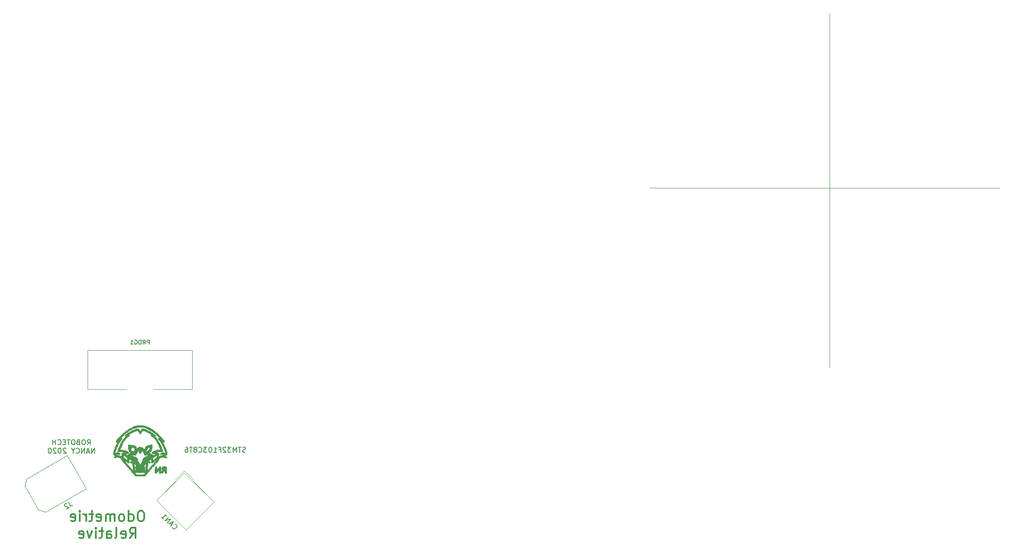
<source format=gbr>
G04 #@! TF.GenerationSoftware,KiCad,Pcbnew,(5.1.5)-3*
G04 #@! TF.CreationDate,2020-03-25T23:07:15+01:00*
G04 #@! TF.ProjectId,carteOdometrie,63617274-654f-4646-9f6d-65747269652e,rev?*
G04 #@! TF.SameCoordinates,Original*
G04 #@! TF.FileFunction,Legend,Bot*
G04 #@! TF.FilePolarity,Positive*
%FSLAX46Y46*%
G04 Gerber Fmt 4.6, Leading zero omitted, Abs format (unit mm)*
G04 Created by KiCad (PCBNEW (5.1.5)-3) date 2020-03-25 23:07:15*
%MOMM*%
%LPD*%
G04 APERTURE LIST*
%ADD10C,0.150000*%
%ADD11C,0.300000*%
%ADD12C,0.120000*%
%ADD13C,0.010000*%
G04 APERTURE END LIST*
D10*
X-10239761Y1007619D02*
X-9906428Y1483809D01*
X-9668333Y1007619D02*
X-9668333Y2007619D01*
X-10049285Y2007619D01*
X-10144523Y1960000D01*
X-10192142Y1912380D01*
X-10239761Y1817142D01*
X-10239761Y1674285D01*
X-10192142Y1579047D01*
X-10144523Y1531428D01*
X-10049285Y1483809D01*
X-9668333Y1483809D01*
X-10858809Y2007619D02*
X-11049285Y2007619D01*
X-11144523Y1960000D01*
X-11239761Y1864761D01*
X-11287380Y1674285D01*
X-11287380Y1340952D01*
X-11239761Y1150476D01*
X-11144523Y1055238D01*
X-11049285Y1007619D01*
X-10858809Y1007619D01*
X-10763571Y1055238D01*
X-10668333Y1150476D01*
X-10620714Y1340952D01*
X-10620714Y1674285D01*
X-10668333Y1864761D01*
X-10763571Y1960000D01*
X-10858809Y2007619D01*
X-12049285Y1531428D02*
X-12192142Y1483809D01*
X-12239761Y1436190D01*
X-12287380Y1340952D01*
X-12287380Y1198095D01*
X-12239761Y1102857D01*
X-12192142Y1055238D01*
X-12096904Y1007619D01*
X-11715952Y1007619D01*
X-11715952Y2007619D01*
X-12049285Y2007619D01*
X-12144523Y1960000D01*
X-12192142Y1912380D01*
X-12239761Y1817142D01*
X-12239761Y1721904D01*
X-12192142Y1626666D01*
X-12144523Y1579047D01*
X-12049285Y1531428D01*
X-11715952Y1531428D01*
X-12906428Y2007619D02*
X-13096904Y2007619D01*
X-13192142Y1960000D01*
X-13287380Y1864761D01*
X-13334999Y1674285D01*
X-13334999Y1340952D01*
X-13287380Y1150476D01*
X-13192142Y1055238D01*
X-13096904Y1007619D01*
X-12906428Y1007619D01*
X-12811190Y1055238D01*
X-12715952Y1150476D01*
X-12668333Y1340952D01*
X-12668333Y1674285D01*
X-12715952Y1864761D01*
X-12811190Y1960000D01*
X-12906428Y2007619D01*
X-13620714Y2007619D02*
X-14192142Y2007619D01*
X-13906428Y1007619D02*
X-13906428Y2007619D01*
X-14525476Y1531428D02*
X-14858809Y1531428D01*
X-15001666Y1007619D02*
X-14525476Y1007619D01*
X-14525476Y2007619D01*
X-15001666Y2007619D01*
X-16001666Y1102857D02*
X-15954047Y1055238D01*
X-15811190Y1007619D01*
X-15715952Y1007619D01*
X-15573095Y1055238D01*
X-15477857Y1150476D01*
X-15430238Y1245714D01*
X-15382619Y1436190D01*
X-15382619Y1579047D01*
X-15430238Y1769523D01*
X-15477857Y1864761D01*
X-15573095Y1960000D01*
X-15715952Y2007619D01*
X-15811190Y2007619D01*
X-15954047Y1960000D01*
X-16001666Y1912380D01*
X-16430238Y1007619D02*
X-16430238Y2007619D01*
X-16430238Y1531428D02*
X-17001666Y1531428D01*
X-17001666Y1007619D02*
X-17001666Y2007619D01*
X-8882619Y-642380D02*
X-8882619Y357619D01*
X-9454047Y-642380D01*
X-9454047Y357619D01*
X-9882619Y-356666D02*
X-10358809Y-356666D01*
X-9787380Y-642380D02*
X-10120714Y357619D01*
X-10454047Y-642380D01*
X-10787380Y-642380D02*
X-10787380Y357619D01*
X-11358809Y-642380D01*
X-11358809Y357619D01*
X-12406428Y-547142D02*
X-12358809Y-594761D01*
X-12215952Y-642380D01*
X-12120714Y-642380D01*
X-11977857Y-594761D01*
X-11882619Y-499523D01*
X-11835000Y-404285D01*
X-11787380Y-213809D01*
X-11787380Y-70952D01*
X-11835000Y119523D01*
X-11882619Y214761D01*
X-11977857Y310000D01*
X-12120714Y357619D01*
X-12215952Y357619D01*
X-12358809Y310000D01*
X-12406428Y262380D01*
X-13025476Y-166190D02*
X-13025476Y-642380D01*
X-12692142Y357619D02*
X-13025476Y-166190D01*
X-13358809Y357619D01*
X-14406428Y262380D02*
X-14454047Y310000D01*
X-14549285Y357619D01*
X-14787380Y357619D01*
X-14882619Y310000D01*
X-14930238Y262380D01*
X-14977857Y167142D01*
X-14977857Y71904D01*
X-14930238Y-70952D01*
X-14358809Y-642380D01*
X-14977857Y-642380D01*
X-15596904Y357619D02*
X-15692142Y357619D01*
X-15787380Y310000D01*
X-15835000Y262380D01*
X-15882619Y167142D01*
X-15930238Y-23333D01*
X-15930238Y-261428D01*
X-15882619Y-451904D01*
X-15835000Y-547142D01*
X-15787380Y-594761D01*
X-15692142Y-642380D01*
X-15596904Y-642380D01*
X-15501666Y-594761D01*
X-15454047Y-547142D01*
X-15406428Y-451904D01*
X-15358809Y-261428D01*
X-15358809Y-23333D01*
X-15406428Y167142D01*
X-15454047Y262380D01*
X-15501666Y310000D01*
X-15596904Y357619D01*
X-16311190Y262380D02*
X-16358809Y310000D01*
X-16454047Y357619D01*
X-16692142Y357619D01*
X-16787380Y310000D01*
X-16835000Y262380D01*
X-16882619Y167142D01*
X-16882619Y71904D01*
X-16835000Y-70952D01*
X-16263571Y-642380D01*
X-16882619Y-642380D01*
X-17501666Y357619D02*
X-17596904Y357619D01*
X-17692142Y310000D01*
X-17739761Y262380D01*
X-17787380Y167142D01*
X-17835000Y-23333D01*
X-17835000Y-261428D01*
X-17787380Y-451904D01*
X-17739761Y-547142D01*
X-17692142Y-594761D01*
X-17596904Y-642380D01*
X-17501666Y-642380D01*
X-17406428Y-594761D01*
X-17358809Y-547142D01*
X-17311190Y-451904D01*
X-17263571Y-261428D01*
X-17263571Y-23333D01*
X-17311190Y167142D01*
X-17358809Y262380D01*
X-17406428Y310000D01*
X-17501666Y357619D01*
X20485952Y-404761D02*
X20343095Y-452380D01*
X20105000Y-452380D01*
X20009761Y-404761D01*
X19962142Y-357142D01*
X19914523Y-261904D01*
X19914523Y-166666D01*
X19962142Y-71428D01*
X20009761Y-23809D01*
X20105000Y23809D01*
X20295476Y71428D01*
X20390714Y119047D01*
X20438333Y166666D01*
X20485952Y261904D01*
X20485952Y357142D01*
X20438333Y452380D01*
X20390714Y500000D01*
X20295476Y547619D01*
X20057380Y547619D01*
X19914523Y500000D01*
X19628809Y547619D02*
X19057380Y547619D01*
X19343095Y-452380D02*
X19343095Y547619D01*
X18724047Y-452380D02*
X18724047Y547619D01*
X18390714Y-166666D01*
X18057380Y547619D01*
X18057380Y-452380D01*
X17676428Y547619D02*
X17057380Y547619D01*
X17390714Y166666D01*
X17247857Y166666D01*
X17152619Y119047D01*
X17105000Y71428D01*
X17057380Y-23809D01*
X17057380Y-261904D01*
X17105000Y-357142D01*
X17152619Y-404761D01*
X17247857Y-452380D01*
X17533571Y-452380D01*
X17628809Y-404761D01*
X17676428Y-357142D01*
X16676428Y452380D02*
X16628809Y500000D01*
X16533571Y547619D01*
X16295476Y547619D01*
X16200238Y500000D01*
X16152619Y452380D01*
X16105000Y357142D01*
X16105000Y261904D01*
X16152619Y119047D01*
X16724047Y-452380D01*
X16105000Y-452380D01*
X15343095Y71428D02*
X15676428Y71428D01*
X15676428Y-452380D02*
X15676428Y547619D01*
X15200238Y547619D01*
X14295476Y-452380D02*
X14866904Y-452380D01*
X14581190Y-452380D02*
X14581190Y547619D01*
X14676428Y404761D01*
X14771666Y309523D01*
X14866904Y261904D01*
X13676428Y547619D02*
X13581190Y547619D01*
X13485952Y500000D01*
X13438333Y452380D01*
X13390714Y357142D01*
X13343095Y166666D01*
X13343095Y-71428D01*
X13390714Y-261904D01*
X13438333Y-357142D01*
X13485952Y-404761D01*
X13581190Y-452380D01*
X13676428Y-452380D01*
X13771666Y-404761D01*
X13819285Y-357142D01*
X13866904Y-261904D01*
X13914523Y-71428D01*
X13914523Y166666D01*
X13866904Y357142D01*
X13819285Y452380D01*
X13771666Y500000D01*
X13676428Y547619D01*
X13009761Y547619D02*
X12390714Y547619D01*
X12724047Y166666D01*
X12581190Y166666D01*
X12485952Y119047D01*
X12438333Y71428D01*
X12390714Y-23809D01*
X12390714Y-261904D01*
X12438333Y-357142D01*
X12485952Y-404761D01*
X12581190Y-452380D01*
X12866904Y-452380D01*
X12962142Y-404761D01*
X13009761Y-357142D01*
X11390714Y-357142D02*
X11438333Y-404761D01*
X11581190Y-452380D01*
X11676428Y-452380D01*
X11819285Y-404761D01*
X11914523Y-309523D01*
X11962142Y-214285D01*
X12009761Y-23809D01*
X12009761Y119047D01*
X11962142Y309523D01*
X11914523Y404761D01*
X11819285Y500000D01*
X11676428Y547619D01*
X11581190Y547619D01*
X11438333Y500000D01*
X11390714Y452380D01*
X10819285Y119047D02*
X10914523Y166666D01*
X10962142Y214285D01*
X11009761Y309523D01*
X11009761Y357142D01*
X10962142Y452380D01*
X10914523Y500000D01*
X10819285Y547619D01*
X10628809Y547619D01*
X10533571Y500000D01*
X10485952Y452380D01*
X10438333Y357142D01*
X10438333Y309523D01*
X10485952Y214285D01*
X10533571Y166666D01*
X10628809Y119047D01*
X10819285Y119047D01*
X10914523Y71428D01*
X10962142Y23809D01*
X11009761Y-71428D01*
X11009761Y-261904D01*
X10962142Y-357142D01*
X10914523Y-404761D01*
X10819285Y-452380D01*
X10628809Y-452380D01*
X10533571Y-404761D01*
X10485952Y-357142D01*
X10438333Y-261904D01*
X10438333Y-71428D01*
X10485952Y23809D01*
X10533571Y71428D01*
X10628809Y119047D01*
X10152619Y547619D02*
X9581190Y547619D01*
X9866904Y-452380D02*
X9866904Y547619D01*
X8819285Y547619D02*
X9009761Y547619D01*
X9105000Y500000D01*
X9152619Y452380D01*
X9247857Y309523D01*
X9295476Y119047D01*
X9295476Y-261904D01*
X9247857Y-357142D01*
X9200238Y-404761D01*
X9105000Y-452380D01*
X8914523Y-452380D01*
X8819285Y-404761D01*
X8771666Y-357142D01*
X8724047Y-261904D01*
X8724047Y-23809D01*
X8771666Y71428D01*
X8819285Y119047D01*
X8914523Y166666D01*
X9105000Y166666D01*
X9200238Y119047D01*
X9247857Y71428D01*
X9295476Y-23809D01*
D11*
X364285Y-11859761D02*
X-16666Y-11859761D01*
X-207142Y-11955000D01*
X-397619Y-12145476D01*
X-492857Y-12526428D01*
X-492857Y-13193095D01*
X-397619Y-13574047D01*
X-207142Y-13764523D01*
X-16666Y-13859761D01*
X364285Y-13859761D01*
X554761Y-13764523D01*
X745238Y-13574047D01*
X840476Y-13193095D01*
X840476Y-12526428D01*
X745238Y-12145476D01*
X554761Y-11955000D01*
X364285Y-11859761D01*
X-2207142Y-13859761D02*
X-2207142Y-11859761D01*
X-2207142Y-13764523D02*
X-2016666Y-13859761D01*
X-1635714Y-13859761D01*
X-1445238Y-13764523D01*
X-1350000Y-13669285D01*
X-1254761Y-13478809D01*
X-1254761Y-12907380D01*
X-1350000Y-12716904D01*
X-1445238Y-12621666D01*
X-1635714Y-12526428D01*
X-2016666Y-12526428D01*
X-2207142Y-12621666D01*
X-3445238Y-13859761D02*
X-3254761Y-13764523D01*
X-3159523Y-13669285D01*
X-3064285Y-13478809D01*
X-3064285Y-12907380D01*
X-3159523Y-12716904D01*
X-3254761Y-12621666D01*
X-3445238Y-12526428D01*
X-3730952Y-12526428D01*
X-3921428Y-12621666D01*
X-4016666Y-12716904D01*
X-4111904Y-12907380D01*
X-4111904Y-13478809D01*
X-4016666Y-13669285D01*
X-3921428Y-13764523D01*
X-3730952Y-13859761D01*
X-3445238Y-13859761D01*
X-4969047Y-13859761D02*
X-4969047Y-12526428D01*
X-4969047Y-12716904D02*
X-5064285Y-12621666D01*
X-5254761Y-12526428D01*
X-5540476Y-12526428D01*
X-5730952Y-12621666D01*
X-5826190Y-12812142D01*
X-5826190Y-13859761D01*
X-5826190Y-12812142D02*
X-5921428Y-12621666D01*
X-6111904Y-12526428D01*
X-6397619Y-12526428D01*
X-6588095Y-12621666D01*
X-6683333Y-12812142D01*
X-6683333Y-13859761D01*
X-8397619Y-13764523D02*
X-8207142Y-13859761D01*
X-7826190Y-13859761D01*
X-7635714Y-13764523D01*
X-7540476Y-13574047D01*
X-7540476Y-12812142D01*
X-7635714Y-12621666D01*
X-7826190Y-12526428D01*
X-8207142Y-12526428D01*
X-8397619Y-12621666D01*
X-8492857Y-12812142D01*
X-8492857Y-13002619D01*
X-7540476Y-13193095D01*
X-9064285Y-12526428D02*
X-9826190Y-12526428D01*
X-9350000Y-11859761D02*
X-9350000Y-13574047D01*
X-9445238Y-13764523D01*
X-9635714Y-13859761D01*
X-9826190Y-13859761D01*
X-10492857Y-13859761D02*
X-10492857Y-12526428D01*
X-10492857Y-12907380D02*
X-10588095Y-12716904D01*
X-10683333Y-12621666D01*
X-10873809Y-12526428D01*
X-11064285Y-12526428D01*
X-11730952Y-13859761D02*
X-11730952Y-12526428D01*
X-11730952Y-11859761D02*
X-11635714Y-11955000D01*
X-11730952Y-12050238D01*
X-11826190Y-11955000D01*
X-11730952Y-11859761D01*
X-11730952Y-12050238D01*
X-13445238Y-13764523D02*
X-13254761Y-13859761D01*
X-12873809Y-13859761D01*
X-12683333Y-13764523D01*
X-12588095Y-13574047D01*
X-12588095Y-12812142D01*
X-12683333Y-12621666D01*
X-12873809Y-12526428D01*
X-13254761Y-12526428D01*
X-13445238Y-12621666D01*
X-13540476Y-12812142D01*
X-13540476Y-13002619D01*
X-12588095Y-13193095D01*
X-2016666Y-17159761D02*
X-1350000Y-16207380D01*
X-873809Y-17159761D02*
X-873809Y-15159761D01*
X-1635714Y-15159761D01*
X-1826190Y-15255000D01*
X-1921428Y-15350238D01*
X-2016666Y-15540714D01*
X-2016666Y-15826428D01*
X-1921428Y-16016904D01*
X-1826190Y-16112142D01*
X-1635714Y-16207380D01*
X-873809Y-16207380D01*
X-3635714Y-17064523D02*
X-3445238Y-17159761D01*
X-3064285Y-17159761D01*
X-2873809Y-17064523D01*
X-2778571Y-16874047D01*
X-2778571Y-16112142D01*
X-2873809Y-15921666D01*
X-3064285Y-15826428D01*
X-3445238Y-15826428D01*
X-3635714Y-15921666D01*
X-3730952Y-16112142D01*
X-3730952Y-16302619D01*
X-2778571Y-16493095D01*
X-4873809Y-17159761D02*
X-4683333Y-17064523D01*
X-4588095Y-16874047D01*
X-4588095Y-15159761D01*
X-6492857Y-17159761D02*
X-6492857Y-16112142D01*
X-6397619Y-15921666D01*
X-6207142Y-15826428D01*
X-5826190Y-15826428D01*
X-5635714Y-15921666D01*
X-6492857Y-17064523D02*
X-6302380Y-17159761D01*
X-5826190Y-17159761D01*
X-5635714Y-17064523D01*
X-5540476Y-16874047D01*
X-5540476Y-16683571D01*
X-5635714Y-16493095D01*
X-5826190Y-16397857D01*
X-6302380Y-16397857D01*
X-6492857Y-16302619D01*
X-7159523Y-15826428D02*
X-7921428Y-15826428D01*
X-7445238Y-15159761D02*
X-7445238Y-16874047D01*
X-7540476Y-17064523D01*
X-7730952Y-17159761D01*
X-7921428Y-17159761D01*
X-8588095Y-17159761D02*
X-8588095Y-15826428D01*
X-8588095Y-15159761D02*
X-8492857Y-15255000D01*
X-8588095Y-15350238D01*
X-8683333Y-15255000D01*
X-8588095Y-15159761D01*
X-8588095Y-15350238D01*
X-9350000Y-15826428D02*
X-9826190Y-17159761D01*
X-10302380Y-15826428D01*
X-11826190Y-17064523D02*
X-11635714Y-17159761D01*
X-11254761Y-17159761D01*
X-11064285Y-17064523D01*
X-10969047Y-16874047D01*
X-10969047Y-16112142D01*
X-11064285Y-15921666D01*
X-11254761Y-15826428D01*
X-11635714Y-15826428D01*
X-11826190Y-15921666D01*
X-11921428Y-16112142D01*
X-11921428Y-16302619D01*
X-10969047Y-16493095D01*
D12*
X134000000Y85000000D02*
X134000000Y16000000D01*
X167000000Y51000000D02*
X99000000Y51000000D01*
D13*
G36*
X-217094Y4779386D02*
G01*
X-368301Y4771337D01*
X-498979Y4758759D01*
X-548261Y4751690D01*
X-868086Y4684219D01*
X-1191643Y4585453D01*
X-1519425Y4455131D01*
X-1851925Y4292993D01*
X-2189633Y4098779D01*
X-2533044Y3872226D01*
X-2882649Y3613076D01*
X-3217333Y3339548D01*
X-3399552Y3178580D01*
X-3592392Y2998193D01*
X-3789749Y2804665D01*
X-3985519Y2604276D01*
X-4173600Y2403305D01*
X-4347888Y2208032D01*
X-4502282Y2024736D01*
X-4536194Y1982601D01*
X-4613137Y1883982D01*
X-4668830Y1806208D01*
X-4704648Y1744927D01*
X-4721967Y1695784D01*
X-4722164Y1654427D01*
X-4706614Y1616501D01*
X-4676693Y1577653D01*
X-4667367Y1567540D01*
X-4605170Y1520681D01*
X-4539609Y1505966D01*
X-4474627Y1523875D01*
X-4448846Y1540934D01*
X-4416274Y1564343D01*
X-4396210Y1574766D01*
X-4395714Y1574801D01*
X-4399678Y1560668D01*
X-4417104Y1521596D01*
X-4445606Y1462574D01*
X-4482796Y1388590D01*
X-4511195Y1333501D01*
X-4561381Y1234359D01*
X-4617053Y1119830D01*
X-4675424Y996087D01*
X-4733706Y869304D01*
X-4789110Y745653D01*
X-4838849Y631308D01*
X-4880135Y532441D01*
X-4910181Y455226D01*
X-4918422Y431800D01*
X-4934555Y384807D01*
X-4959189Y314449D01*
X-4989331Y229220D01*
X-5021987Y137612D01*
X-5031857Y110067D01*
X-5098937Y-83757D01*
X-5151332Y-251181D01*
X-5189942Y-395874D01*
X-5215669Y-521501D01*
X-5229413Y-631732D01*
X-5232400Y-706460D01*
X-5228990Y-808926D01*
X-5216696Y-883720D01*
X-5192417Y-936537D01*
X-5153051Y-973074D01*
X-5095498Y-999027D01*
X-5068732Y-1007155D01*
X-5030850Y-1006757D01*
X-4970631Y-993629D01*
X-4896143Y-969951D01*
X-4820539Y-940114D01*
X-4820050Y-949170D01*
X-4836527Y-982164D01*
X-4867657Y-1035192D01*
X-4911123Y-1104350D01*
X-4964612Y-1185734D01*
X-4977821Y-1205375D01*
X-5050195Y-1314371D01*
X-5102989Y-1398730D01*
X-5137079Y-1460809D01*
X-5153335Y-1502964D01*
X-5152631Y-1527553D01*
X-5135840Y-1536933D01*
X-5103835Y-1533460D01*
X-5098871Y-1532256D01*
X-5051312Y-1520827D01*
X-4979950Y-1504394D01*
X-4894100Y-1485038D01*
X-4803076Y-1464843D01*
X-4716194Y-1445890D01*
X-4642767Y-1430261D01*
X-4639733Y-1429628D01*
X-4493397Y-1410026D01*
X-4341167Y-1409003D01*
X-4191850Y-1425500D01*
X-4054251Y-1458458D01*
X-3937176Y-1506821D01*
X-3920733Y-1516037D01*
X-3864519Y-1556270D01*
X-3800678Y-1613113D01*
X-3736988Y-1678349D01*
X-3681231Y-1743760D01*
X-3641186Y-1801127D01*
X-3629890Y-1823249D01*
X-3615538Y-1875296D01*
X-3607454Y-1938948D01*
X-3606800Y-1959681D01*
X-3606800Y-2040850D01*
X-2319866Y-3477018D01*
X-2124242Y-3695617D01*
X-1941654Y-3900231D01*
X-1773022Y-4089810D01*
X-1619266Y-4263305D01*
X-1481303Y-4419667D01*
X-1360053Y-4557846D01*
X-1256436Y-4676793D01*
X-1171370Y-4775459D01*
X-1105774Y-4852795D01*
X-1060567Y-4907750D01*
X-1036669Y-4939276D01*
X-1032933Y-4946388D01*
X-1023849Y-4984913D01*
X-1005585Y-5021329D01*
X-978238Y-5063066D01*
X961305Y-5063066D01*
X988653Y-5021329D01*
X1008964Y-4979300D01*
X1016000Y-4946388D01*
X1027225Y-4928815D01*
X1060287Y-4887208D01*
X1114267Y-4822618D01*
X1188245Y-4736094D01*
X1281304Y-4628685D01*
X1392523Y-4501441D01*
X1520984Y-4355410D01*
X1665768Y-4191642D01*
X1825955Y-4011187D01*
X2000627Y-3815093D01*
X2188865Y-3604411D01*
X2302934Y-3477018D01*
X3589867Y-2040850D01*
X3589867Y-1959681D01*
X3595645Y-1887100D01*
X3600898Y-1870186D01*
X3251201Y-1870186D01*
X3245071Y-1884947D01*
X3226019Y-1913167D01*
X3193051Y-1955999D01*
X3145172Y-2014598D01*
X3081389Y-2090115D01*
X3000707Y-2183705D01*
X2902133Y-2296520D01*
X2784672Y-2429713D01*
X2647330Y-2584439D01*
X2489113Y-2761849D01*
X2309648Y-2962404D01*
X2165664Y-3122895D01*
X2028033Y-3275918D01*
X1898444Y-3419619D01*
X1778585Y-3552143D01*
X1670144Y-3671637D01*
X1574809Y-3776247D01*
X1494268Y-3864118D01*
X1430209Y-3933396D01*
X1384321Y-3982227D01*
X1358292Y-4008757D01*
X1352914Y-4013200D01*
X1340132Y-3999213D01*
X1337933Y-3983566D01*
X1340030Y-3961421D01*
X1345975Y-3908960D01*
X1355370Y-3829463D01*
X1367816Y-3726214D01*
X1382914Y-3602495D01*
X1400264Y-3461589D01*
X1419467Y-3306776D01*
X1440126Y-3141340D01*
X1446511Y-3090419D01*
X1504437Y-2628884D01*
X1161120Y-2628884D01*
X1159081Y-2650066D01*
X1155555Y-2675695D01*
X1148255Y-2731841D01*
X1137571Y-2815410D01*
X1123894Y-2923309D01*
X1107613Y-3052446D01*
X1089118Y-3199727D01*
X1068799Y-3362059D01*
X1047046Y-3536350D01*
X1024836Y-3714789D01*
X1002186Y-3896200D01*
X980614Y-4067439D01*
X960501Y-4225584D01*
X942228Y-4367709D01*
X926175Y-4490891D01*
X912724Y-4592206D01*
X902256Y-4668730D01*
X895153Y-4717541D01*
X891794Y-4735713D01*
X891771Y-4735740D01*
X873668Y-4738679D01*
X827224Y-4743052D01*
X757917Y-4748511D01*
X671224Y-4754711D01*
X572624Y-4761303D01*
X467596Y-4767940D01*
X361617Y-4774276D01*
X260166Y-4779963D01*
X168720Y-4784654D01*
X92759Y-4788001D01*
X42334Y-4789575D01*
X-3233Y-4789133D01*
X-76494Y-4786804D01*
X-171349Y-4782854D01*
X-281693Y-4777553D01*
X-401426Y-4771167D01*
X-481074Y-4766582D01*
X-596918Y-4759478D01*
X-701116Y-4752645D01*
X-789043Y-4746421D01*
X-856075Y-4741145D01*
X-897588Y-4737159D01*
X-909307Y-4735137D01*
X-912487Y-4717642D01*
X-919426Y-4669455D01*
X-929742Y-4593498D01*
X-943058Y-4492692D01*
X-958993Y-4369958D01*
X-977169Y-4228219D01*
X-997206Y-4070395D01*
X-1007496Y-3988627D01*
X-1358028Y-3988627D01*
X-1358955Y-4003296D01*
X-1361435Y-4010536D01*
X-1365205Y-4012965D01*
X-1369855Y-4013200D01*
X-1383488Y-4000913D01*
X-1417738Y-3965457D01*
X-1470681Y-3908935D01*
X-1540392Y-3833452D01*
X-1624945Y-3741114D01*
X-1722415Y-3634024D01*
X-1830878Y-3514286D01*
X-1948409Y-3384007D01*
X-2073083Y-3245290D01*
X-2116820Y-3196507D01*
X-2243774Y-3054537D01*
X-2364161Y-2919356D01*
X-2476048Y-2793174D01*
X-2577496Y-2678201D01*
X-2666572Y-2576646D01*
X-2741340Y-2490717D01*
X-2799863Y-2422624D01*
X-2840207Y-2374577D01*
X-2860435Y-2348784D01*
X-2862337Y-2345607D01*
X-2877959Y-2321870D01*
X-2912323Y-2278219D01*
X-2961260Y-2219678D01*
X-3020599Y-2151275D01*
X-3063638Y-2102944D01*
X-3138704Y-2017496D01*
X-3195197Y-1949008D01*
X-3232431Y-1898772D01*
X-3249717Y-1868086D01*
X-3246370Y-1858245D01*
X-3221701Y-1870545D01*
X-3175024Y-1906281D01*
X-3162300Y-1916936D01*
X-3006453Y-2048214D01*
X-2863442Y-2167165D01*
X-2735097Y-2272334D01*
X-2623247Y-2362264D01*
X-2529723Y-2435500D01*
X-2456355Y-2490586D01*
X-2404971Y-2526065D01*
X-2379245Y-2539962D01*
X-2328975Y-2549764D01*
X-2279837Y-2540139D01*
X-2261442Y-2532976D01*
X-2227595Y-2515452D01*
X-2201271Y-2491714D01*
X-2181267Y-2457371D01*
X-2166383Y-2408033D01*
X-2155413Y-2339309D01*
X-2147157Y-2246807D01*
X-2140412Y-2126137D01*
X-2138518Y-2084129D01*
X-2125133Y-1776293D01*
X-1904999Y-1952944D01*
X-1826588Y-2016065D01*
X-1753166Y-2075532D01*
X-1690695Y-2126489D01*
X-1645133Y-2164084D01*
X-1628344Y-2178249D01*
X-1571822Y-2226905D01*
X-1463443Y-3090419D01*
X-1438433Y-3289736D01*
X-1417367Y-3458066D01*
X-1399979Y-3598027D01*
X-1386004Y-3712237D01*
X-1375176Y-3803313D01*
X-1367230Y-3873872D01*
X-1361900Y-3926532D01*
X-1358921Y-3963911D01*
X-1358028Y-3988627D01*
X-1007496Y-3988627D01*
X-1018725Y-3899409D01*
X-1041347Y-3718180D01*
X-1041768Y-3714789D01*
X-1064543Y-3531820D01*
X-1086265Y-3357794D01*
X-1106542Y-3195804D01*
X-1124986Y-3048944D01*
X-1141206Y-2920306D01*
X-1154813Y-2812983D01*
X-1165415Y-2730070D01*
X-1172625Y-2674658D01*
X-1176013Y-2650066D01*
X-1178033Y-2628618D01*
X-1172452Y-2622283D01*
X-1155467Y-2633566D01*
X-1123273Y-2664975D01*
X-1073206Y-2717799D01*
X-1016203Y-2780672D01*
X-947728Y-2859226D01*
X-877219Y-2942502D01*
X-825297Y-3005643D01*
X-688404Y-3174954D01*
X-768597Y-3186425D01*
X-852161Y-3207058D01*
X-908889Y-3242952D01*
X-943633Y-3297415D01*
X-947589Y-3308414D01*
X-958097Y-3360084D01*
X-948846Y-3408787D01*
X-942067Y-3426184D01*
X-920445Y-3467719D01*
X-892250Y-3496316D01*
X-851462Y-3514031D01*
X-792057Y-3522921D01*
X-708013Y-3525043D01*
X-654994Y-3524211D01*
X-557213Y-3523986D01*
X-489125Y-3529197D01*
X-446866Y-3540690D01*
X-426575Y-3559312D01*
X-423333Y-3575006D01*
X-439099Y-3581098D01*
X-481743Y-3585980D01*
X-544280Y-3589072D01*
X-601677Y-3589866D01*
X-711696Y-3592707D01*
X-793367Y-3602405D01*
X-851825Y-3620726D01*
X-892202Y-3649435D01*
X-919634Y-3690296D01*
X-924310Y-3700776D01*
X-940188Y-3752892D01*
X-936770Y-3799660D01*
X-930656Y-3820518D01*
X-915979Y-3858187D01*
X-897102Y-3886442D01*
X-869380Y-3906544D01*
X-828170Y-3919755D01*
X-768826Y-3927337D01*
X-686706Y-3930551D01*
X-577164Y-3930660D01*
X-527108Y-3930145D01*
X-226466Y-3926564D01*
X-206366Y-3970678D01*
X-191804Y-4005034D01*
X-186266Y-4022463D01*
X-202284Y-4024978D01*
X-246674Y-4027146D01*
X-313945Y-4028822D01*
X-398602Y-4029860D01*
X-474677Y-4030133D01*
X-601490Y-4031168D01*
X-699012Y-4035047D01*
X-771780Y-4042932D01*
X-824328Y-4055987D01*
X-861190Y-4075373D01*
X-886902Y-4102253D01*
X-905998Y-4137790D01*
X-907376Y-4141042D01*
X-923255Y-4193159D01*
X-919837Y-4239927D01*
X-913722Y-4260785D01*
X-905697Y-4285150D01*
X-897182Y-4305601D01*
X-885343Y-4322480D01*
X-867345Y-4336130D01*
X-840354Y-4346893D01*
X-801536Y-4355112D01*
X-748057Y-4361128D01*
X-677082Y-4365285D01*
X-585778Y-4367924D01*
X-471310Y-4369389D01*
X-330843Y-4370021D01*
X-161544Y-4370163D01*
X-8466Y-4370154D01*
X185164Y-4370156D01*
X347762Y-4369934D01*
X482162Y-4369145D01*
X591198Y-4367447D01*
X677705Y-4364498D01*
X744517Y-4359955D01*
X794467Y-4353475D01*
X830391Y-4344717D01*
X855122Y-4333337D01*
X871495Y-4318994D01*
X882344Y-4301345D01*
X890504Y-4280047D01*
X896790Y-4260785D01*
X907235Y-4210376D01*
X898819Y-4162840D01*
X890444Y-4141042D01*
X871681Y-4104763D01*
X846666Y-4077233D01*
X810862Y-4057290D01*
X759737Y-4043771D01*
X688754Y-4035515D01*
X593379Y-4031358D01*
X469077Y-4030138D01*
X457744Y-4030133D01*
X363182Y-4029707D01*
X281639Y-4028526D01*
X218607Y-4026737D01*
X179580Y-4024486D01*
X169334Y-4022463D01*
X175614Y-4003123D01*
X189434Y-3970678D01*
X209534Y-3926564D01*
X510176Y-3930145D01*
X631418Y-3930891D01*
X723465Y-3929012D01*
X790961Y-3923247D01*
X838550Y-3912335D01*
X870877Y-3895014D01*
X892584Y-3870023D01*
X908317Y-3836099D01*
X913723Y-3820518D01*
X924168Y-3770109D01*
X915752Y-3722574D01*
X907377Y-3700776D01*
X882047Y-3657088D01*
X844868Y-3625930D01*
X790707Y-3605537D01*
X714429Y-3594144D01*
X610901Y-3589985D01*
X584744Y-3589866D01*
X511637Y-3588552D01*
X453039Y-3584999D01*
X415932Y-3579789D01*
X406400Y-3575006D01*
X414886Y-3551481D01*
X442917Y-3535616D01*
X494356Y-3526564D01*
X573064Y-3523480D01*
X638061Y-3524211D01*
X736650Y-3524697D01*
X807595Y-3519441D01*
X856919Y-3506386D01*
X890644Y-3483475D01*
X914792Y-3448652D01*
X925135Y-3426184D01*
X940514Y-3373962D01*
X935816Y-3325557D01*
X930657Y-3308414D01*
X899074Y-3250570D01*
X846306Y-3211840D01*
X767504Y-3188917D01*
X751665Y-3186425D01*
X671472Y-3174954D01*
X808365Y-3005643D01*
X873638Y-2926543D01*
X944490Y-2843325D01*
X1011483Y-2766949D01*
X1056274Y-2717799D01*
X1107095Y-2664199D01*
X1138973Y-2633184D01*
X1155714Y-2622248D01*
X1161120Y-2628884D01*
X1504437Y-2628884D01*
X1554890Y-2226905D01*
X1611412Y-2178249D01*
X1643912Y-2151045D01*
X1696912Y-2107555D01*
X1764451Y-2052633D01*
X1840571Y-1991132D01*
X1888067Y-1952944D01*
X2108200Y-1776293D01*
X2121585Y-2084129D01*
X2128113Y-2214032D01*
X2135794Y-2314460D01*
X2145830Y-2389802D01*
X2159424Y-2444452D01*
X2177778Y-2482799D01*
X2202095Y-2509234D01*
X2233577Y-2528149D01*
X2244510Y-2532976D01*
X2297464Y-2548900D01*
X2344997Y-2545083D01*
X2362570Y-2539878D01*
X2389296Y-2524635D01*
X2438227Y-2490287D01*
X2505736Y-2439634D01*
X2588197Y-2375476D01*
X2681984Y-2300610D01*
X2783472Y-2217837D01*
X2835251Y-2174959D01*
X2951296Y-2078663D01*
X3044046Y-2002497D01*
X3115992Y-1944636D01*
X3169626Y-1903254D01*
X3207439Y-1876527D01*
X3231921Y-1862629D01*
X3245564Y-1859734D01*
X3250858Y-1866019D01*
X3251201Y-1870186D01*
X3600898Y-1870186D01*
X3615728Y-1822440D01*
X3654238Y-1757140D01*
X3715299Y-1682639D01*
X3732222Y-1664107D01*
X3823286Y-1576011D01*
X3914207Y-1512430D01*
X4016903Y-1466230D01*
X4108979Y-1438656D01*
X4209490Y-1417129D01*
X4308139Y-1405722D01*
X4410604Y-1404916D01*
X4522561Y-1415191D01*
X4649687Y-1437026D01*
X4797660Y-1470902D01*
X4942591Y-1509115D01*
X5028834Y-1532284D01*
X5103492Y-1551311D01*
X5160503Y-1564732D01*
X5193806Y-1571080D01*
X5199520Y-1571214D01*
X5194201Y-1556561D01*
X5171957Y-1518178D01*
X5135329Y-1460049D01*
X5086858Y-1386155D01*
X5029085Y-1300481D01*
X4996535Y-1253066D01*
X4934484Y-1162718D01*
X4879763Y-1082099D01*
X4835040Y-1015220D01*
X4802983Y-966089D01*
X4786259Y-938714D01*
X4784488Y-934428D01*
X4800516Y-938560D01*
X4837821Y-954731D01*
X4879040Y-974801D01*
X4977491Y-1012294D01*
X5065334Y-1020345D01*
X5138779Y-999328D01*
X5179540Y-969656D01*
X5207205Y-928019D01*
X5223802Y-868437D01*
X5231360Y-784930D01*
X5232400Y-723393D01*
X5230328Y-641732D01*
X5226428Y-602500D01*
X4889544Y-602500D01*
X4872162Y-600680D01*
X4830899Y-591412D01*
X4774408Y-576655D01*
X4769865Y-575400D01*
X4681858Y-555306D01*
X4573062Y-536800D01*
X4456555Y-521602D01*
X4345416Y-511434D01*
X4257781Y-508000D01*
X4199058Y-513830D01*
X4146987Y-528417D01*
X4134347Y-534620D01*
X4106939Y-559019D01*
X4066789Y-604955D01*
X4019580Y-665546D01*
X3976989Y-725120D01*
X3864578Y-889000D01*
X4256332Y-857846D01*
X4349721Y-958089D01*
X4443109Y-1058333D01*
X4291109Y-1069109D01*
X4205296Y-1077630D01*
X4116301Y-1090389D01*
X4041020Y-1104896D01*
X4029587Y-1107663D01*
X3956435Y-1130244D01*
X3871940Y-1162450D01*
X3786619Y-1199648D01*
X3710992Y-1237204D01*
X3655577Y-1270487D01*
X3649134Y-1275225D01*
X3635995Y-1284229D01*
X3626670Y-1284722D01*
X3620367Y-1272142D01*
X3616295Y-1241928D01*
X3615058Y-1217291D01*
X3268134Y-1217291D01*
X3268134Y-1419773D01*
X3209047Y-1439273D01*
X3180051Y-1455286D01*
X3129536Y-1490080D01*
X3061735Y-1540447D01*
X2980887Y-1603178D01*
X2891226Y-1675065D01*
X2816463Y-1736625D01*
X2726272Y-1811522D01*
X2645090Y-1878470D01*
X2576388Y-1934643D01*
X2523639Y-1977215D01*
X2490315Y-2003362D01*
X2479814Y-2010538D01*
X2477899Y-1993158D01*
X2474794Y-1948110D01*
X2470877Y-1881555D01*
X2466525Y-1799657D01*
X2464940Y-1767916D01*
X2453219Y-1529233D01*
X2661710Y-1392913D01*
X2756585Y-1331301D01*
X2855871Y-1267558D01*
X2954221Y-1205047D01*
X2995644Y-1178987D01*
X1692781Y-1178987D01*
X1590901Y-1171618D01*
X1495402Y-1174763D01*
X1380822Y-1194391D01*
X1255970Y-1227775D01*
X1129658Y-1272185D01*
X1010694Y-1324896D01*
X908181Y-1382989D01*
X758408Y-1485070D01*
X638676Y-1575929D01*
X547643Y-1657072D01*
X483966Y-1730005D01*
X446302Y-1796235D01*
X433309Y-1857266D01*
X440944Y-1907051D01*
X465446Y-1954643D01*
X498642Y-1990577D01*
X500771Y-1992034D01*
X541320Y-2018603D01*
X465233Y-2122668D01*
X403004Y-2211286D01*
X330860Y-2319610D01*
X254835Y-2438089D01*
X180961Y-2557172D01*
X115271Y-2667310D01*
X66566Y-2753795D01*
X-7577Y-2891390D01*
X-105227Y-2715450D01*
X-158348Y-2622709D01*
X-220324Y-2519012D01*
X-281455Y-2420434D01*
X-310918Y-2374655D01*
X-362501Y-2296921D01*
X-415702Y-2218374D01*
X-463100Y-2149896D01*
X-488564Y-2114174D01*
X-558170Y-2018549D01*
X-517662Y-1992007D01*
X-473010Y-1944103D01*
X-451488Y-1880339D01*
X-456208Y-1812173D01*
X-463392Y-1792152D01*
X-489690Y-1742588D01*
X-526228Y-1694808D01*
X-578483Y-1642956D01*
X-651933Y-1581180D01*
X-685800Y-1554462D01*
X-718154Y-1530540D01*
X-2467659Y-1530540D01*
X-2478429Y-1682271D01*
X-2483493Y-1764452D01*
X-2487278Y-1846519D01*
X-2489120Y-1913466D01*
X-2489199Y-1925687D01*
X-2489199Y-2017372D01*
X-2539689Y-1981421D01*
X-2571771Y-1954243D01*
X-2586277Y-1933227D01*
X-2586256Y-1930611D01*
X-2597211Y-1914278D01*
X-2630618Y-1881058D01*
X-2681998Y-1834604D01*
X-2746877Y-1778569D01*
X-2820777Y-1716606D01*
X-2899222Y-1652369D01*
X-2977736Y-1589511D01*
X-3051844Y-1531684D01*
X-3117067Y-1482543D01*
X-3168931Y-1445740D01*
X-3202959Y-1424928D01*
X-3209048Y-1422339D01*
X-3268133Y-1402840D01*
X-3268133Y-1217886D01*
X-3267269Y-1143322D01*
X-3264926Y-1083142D01*
X-3261480Y-1044205D01*
X-3258008Y-1032933D01*
X-3238609Y-1041843D01*
X-3194510Y-1067075D01*
X-3129337Y-1106382D01*
X-3046711Y-1157515D01*
X-2950257Y-1218229D01*
X-2843597Y-1286274D01*
X-2730355Y-1359403D01*
X-2702796Y-1377333D01*
X-2467659Y-1530540D01*
X-718154Y-1530540D01*
X-838363Y-1441660D01*
X-973639Y-1354856D01*
X-1094115Y-1292552D01*
X-1170647Y-1262824D01*
X-1290578Y-1224552D01*
X-1385431Y-1197498D01*
X-1461586Y-1180331D01*
X-1525420Y-1171720D01*
X-1583313Y-1170334D01*
X-1607834Y-1171618D01*
X-1709713Y-1178987D01*
X-1670509Y-1128151D01*
X-1618163Y-1083588D01*
X-1540545Y-1046890D01*
X-1445612Y-1019387D01*
X-1341322Y-1002407D01*
X-1235632Y-997279D01*
X-1136502Y-1005330D01*
X-1057258Y-1025777D01*
X-1009127Y-1041510D01*
X-973448Y-1042678D01*
X-932157Y-1029409D01*
X-925631Y-1026713D01*
X-899634Y-1014709D01*
X-878610Y-999984D01*
X-859729Y-977579D01*
X-840161Y-942537D01*
X-817075Y-889901D01*
X-787643Y-814713D01*
X-754807Y-727459D01*
X-675776Y-547834D01*
X-580574Y-385423D01*
X-473519Y-247339D01*
X-444918Y-216954D01*
X-350279Y-120641D01*
X-320623Y-174620D01*
X-266124Y-278629D01*
X-229138Y-361493D01*
X-207179Y-429399D01*
X-198657Y-478122D01*
X-180316Y-562338D01*
X-143550Y-620470D01*
X-85594Y-656464D01*
X-69973Y-661729D01*
X-8844Y-672854D01*
X48860Y-663716D01*
X57696Y-660918D01*
X119118Y-627592D01*
X158923Y-573139D01*
X179929Y-493406D01*
X181724Y-478122D01*
X193243Y-417851D01*
X217757Y-347679D01*
X257751Y-261420D01*
X303691Y-174620D01*
X333347Y-120641D01*
X427986Y-216954D01*
X537367Y-347716D01*
X635993Y-504614D01*
X719546Y-680536D01*
X737875Y-727459D01*
X775099Y-826207D01*
X803522Y-898106D01*
X825976Y-948112D01*
X845289Y-981185D01*
X864293Y-1002280D01*
X885816Y-1016357D01*
X908699Y-1026713D01*
X951983Y-1041796D01*
X987375Y-1042458D01*
X1032937Y-1028572D01*
X1040326Y-1025777D01*
X1126237Y-1004293D01*
X1226097Y-997224D01*
X1331950Y-1003240D01*
X1435837Y-1021012D01*
X1529801Y-1049213D01*
X1605884Y-1086514D01*
X1653577Y-1128151D01*
X1692781Y-1178987D01*
X2995644Y-1178987D01*
X3046285Y-1147129D01*
X3126716Y-1097167D01*
X3190165Y-1058522D01*
X3231284Y-1034557D01*
X3234734Y-1032683D01*
X3248817Y-1026633D01*
X3258257Y-1029788D01*
X3263981Y-1047274D01*
X3266917Y-1084216D01*
X3267991Y-1145738D01*
X3268134Y-1217291D01*
X3615058Y-1217291D01*
X3613662Y-1189517D01*
X3611676Y-1110349D01*
X3610558Y-1052922D01*
X3609723Y-947280D01*
X3611615Y-868096D01*
X3616116Y-817820D01*
X3623031Y-798923D01*
X3648139Y-784692D01*
X3676949Y-763448D01*
X3692362Y-749633D01*
X3696569Y-737388D01*
X3685579Y-722694D01*
X3655402Y-701530D01*
X3602047Y-669878D01*
X3560222Y-645882D01*
X3425269Y-574562D01*
X3301212Y-522827D01*
X3175516Y-485808D01*
X3113533Y-472349D01*
X3065245Y-461834D01*
X3039017Y-452252D01*
X3036908Y-441946D01*
X3060981Y-429254D01*
X3113295Y-412519D01*
X3195911Y-390082D01*
X3225210Y-382433D01*
X3362306Y-350431D01*
X3494816Y-327857D01*
X3630668Y-314113D01*
X3777789Y-308599D01*
X3944106Y-310719D01*
X4090119Y-317171D01*
X4193355Y-322476D01*
X4284490Y-326570D01*
X4358336Y-329269D01*
X4409706Y-330387D01*
X4433411Y-329741D01*
X4434349Y-329415D01*
X4430417Y-312530D01*
X4415894Y-268710D01*
X4392442Y-202592D01*
X4361717Y-118816D01*
X4325380Y-22019D01*
X4309229Y20393D01*
X4301966Y38735D01*
X3941492Y38735D01*
X3710646Y29313D01*
X3411431Y1136D01*
X3122437Y-58942D01*
X2840811Y-151624D01*
X2661631Y-229080D01*
X2531346Y-293049D01*
X2430672Y-348500D01*
X2357165Y-397846D01*
X2308383Y-443502D01*
X2281882Y-487884D01*
X2275220Y-533406D01*
X2285954Y-582482D01*
X2291010Y-595447D01*
X2314746Y-640413D01*
X2340516Y-673334D01*
X2342307Y-674893D01*
X2367605Y-684773D01*
X2420397Y-697790D01*
X2494596Y-712701D01*
X2584114Y-728262D01*
X2662430Y-740308D01*
X2777262Y-757330D01*
X2861738Y-770827D01*
X2919098Y-781541D01*
X2952583Y-790212D01*
X2965434Y-797581D01*
X2960892Y-804388D01*
X2954867Y-807144D01*
X2934649Y-818459D01*
X2892270Y-844286D01*
X2834006Y-880746D01*
X2768600Y-922371D01*
X2701853Y-964755D01*
X2645786Y-999570D01*
X2606343Y-1023180D01*
X2589519Y-1031945D01*
X2572559Y-1021519D01*
X2543914Y-994705D01*
X2539747Y-990330D01*
X2502723Y-959322D01*
X2441247Y-917059D01*
X2361392Y-866956D01*
X2269232Y-812430D01*
X2170837Y-756896D01*
X2072282Y-703770D01*
X1979638Y-656467D01*
X1898979Y-618403D01*
X1836377Y-592993D01*
X1828801Y-590446D01*
X1778289Y-572716D01*
X1759225Y-557999D01*
X1770650Y-539460D01*
X1811610Y-510264D01*
X1817077Y-506638D01*
X1940584Y-405727D01*
X2046618Y-280768D01*
X2129305Y-139534D01*
X2167732Y-42739D01*
X2190056Y14923D01*
X2216281Y68325D01*
X2219966Y74598D01*
X2238207Y111741D01*
X2242673Y136571D01*
X2241981Y138196D01*
X2242364Y160033D01*
X2251248Y204780D01*
X2266749Y263110D01*
X2268258Y268218D01*
X2286368Y341512D01*
X2290086Y368300D01*
X1794775Y368300D01*
X1793958Y287338D01*
X1790452Y230568D01*
X1782407Y188326D01*
X1767977Y150949D01*
X1745312Y108773D01*
X1745054Y108323D01*
X1681713Y20366D01*
X1594076Y-69771D01*
X1490382Y-154877D01*
X1378873Y-227742D01*
X1332758Y-252429D01*
X1251015Y-291288D01*
X1193495Y-313515D01*
X1155608Y-320270D01*
X1132762Y-312715D01*
X1126023Y-304728D01*
X1128344Y-282203D01*
X1144202Y-236505D01*
X1170599Y-174019D01*
X1204540Y-101131D01*
X1243029Y-24225D01*
X1283070Y50314D01*
X1321667Y116101D01*
X1323201Y118534D01*
X-1067117Y118534D01*
X-1077855Y71955D01*
X-1106227Y10764D01*
X-1146471Y-55167D01*
X-1192823Y-115966D01*
X-1221801Y-146471D01*
X-1279856Y-193431D01*
X-1344195Y-233643D01*
X-1404404Y-261373D01*
X-1447799Y-270933D01*
X-1483701Y-263234D01*
X-1532359Y-243947D01*
X-1549650Y-235371D01*
X-1607332Y-199279D01*
X-1663978Y-155362D01*
X-1673798Y-146471D01*
X-1721045Y-93708D01*
X-1765720Y-29756D01*
X-1802059Y35514D01*
X-1824300Y92229D01*
X-1828482Y118534D01*
X-1817744Y165112D01*
X-1789372Y226303D01*
X-1749128Y292235D01*
X-1702776Y353033D01*
X-1673798Y383539D01*
X-1615743Y430498D01*
X-1551404Y470711D01*
X-1491195Y498441D01*
X-1447799Y508000D01*
X-1400904Y497161D01*
X-1340123Y468468D01*
X-1275873Y427657D01*
X-1221801Y383539D01*
X-1174554Y330776D01*
X-1129879Y266823D01*
X-1093540Y201554D01*
X-1071299Y144839D01*
X-1067117Y118534D01*
X1323201Y118534D01*
X1328792Y127399D01*
X1382092Y202030D01*
X1446825Y279294D01*
X1517930Y354493D01*
X1590346Y422927D01*
X1659009Y479897D01*
X1718860Y520706D01*
X1764836Y540653D01*
X1775250Y541867D01*
X1785188Y528356D01*
X1791518Y486397D01*
X1794479Y413854D01*
X1794775Y368300D01*
X2290086Y368300D01*
X2297300Y420275D01*
X2302283Y515538D01*
X2302934Y579266D01*
X2304479Y662501D01*
X2308666Y737998D01*
X2314819Y796500D01*
X2320874Y825342D01*
X2327712Y892112D01*
X2305885Y955805D01*
X2259946Y1006755D01*
X2226501Y1025656D01*
X2188195Y1038977D01*
X2152067Y1042452D01*
X2105183Y1036132D01*
X2060792Y1026323D01*
X1982963Y1010493D01*
X1898515Y996977D01*
X1854201Y991621D01*
X1782555Y981538D01*
X1710736Y966718D01*
X1676401Y957259D01*
X1613878Y937692D01*
X1541182Y915523D01*
X1507067Y905328D01*
X1435912Y878880D01*
X1362466Y843502D01*
X1333561Y826620D01*
X1254085Y765783D01*
X1167639Y682349D01*
X1081439Y584473D01*
X1002703Y480309D01*
X942235Y384466D01*
X887761Y294739D01*
X840572Y234429D01*
X797593Y200708D01*
X755747Y190752D01*
X734618Y193718D01*
X704171Y209476D01*
X657503Y242901D01*
X602646Y288023D01*
X577335Y310638D01*
X512643Y365558D01*
X441694Y415807D01*
X356289Y466634D01*
X248227Y523287D01*
X234100Y530351D01*
X153592Y569965D01*
X83513Y603521D01*
X29567Y628361D01*
X-2541Y641825D01*
X-8466Y643467D01*
X-28330Y636267D01*
X-72731Y616433D01*
X-135987Y586617D01*
X-212414Y549471D01*
X-252426Y529657D01*
X-365295Y471075D01*
X-453571Y419362D01*
X-524522Y369901D01*
X-585280Y318202D01*
X-689663Y220556D01*
X-698331Y328535D01*
X-723716Y457661D01*
X-776038Y579840D01*
X-850869Y687473D01*
X-943782Y772958D01*
X-965929Y787861D01*
X-1013481Y812265D01*
X-1079705Y839333D01*
X-1150474Y863303D01*
X-1152185Y863815D01*
X-1218331Y881202D01*
X-1306161Y900999D01*
X-1408442Y921911D01*
X-1517941Y942645D01*
X-1627422Y961906D01*
X-1729653Y978402D01*
X-1817398Y990838D01*
X-1883425Y997921D01*
X-1908455Y999067D01*
X-1966225Y1003089D01*
X-2030187Y1013524D01*
X-2089846Y1027924D01*
X-2134705Y1043840D01*
X-2152935Y1056089D01*
X-2173310Y1058750D01*
X-2211729Y1047233D01*
X-2229135Y1039437D01*
X-2290697Y994907D01*
X-2330929Y936024D01*
X-2345544Y871126D01*
X-2338346Y826890D01*
X-2331549Y790669D01*
X-2325878Y728580D01*
X-2321841Y648615D01*
X-2319946Y558769D01*
X-2319866Y536510D01*
X-2318927Y431571D01*
X-2315256Y349216D01*
X-2307576Y278193D01*
X-2294608Y207252D01*
X-2275074Y125141D01*
X-2271577Y111470D01*
X-2249734Y26100D01*
X-2228791Y-56582D01*
X-2211531Y-125550D01*
X-2202864Y-160866D01*
X-2170412Y-253409D01*
X-2119993Y-347877D01*
X-2057882Y-435362D01*
X-1990352Y-506958D01*
X-1927439Y-551864D01*
X-1894497Y-572431D01*
X-1880272Y-588340D01*
X-1880258Y-588868D01*
X-1894843Y-600835D01*
X-1933678Y-623391D01*
X-1990264Y-652928D01*
X-2036892Y-675796D01*
X-2206600Y-760424D01*
X-2345879Y-837213D01*
X-2454014Y-905742D01*
X-2530290Y-965590D01*
X-2533657Y-968725D01*
X-2586581Y-1018554D01*
X-2778593Y-898743D01*
X-2847533Y-855016D01*
X-2903046Y-818431D01*
X-2940415Y-792205D01*
X-2954924Y-779557D01*
X-2954269Y-778887D01*
X-2932766Y-776509D01*
X-2883731Y-769961D01*
X-2813127Y-760075D01*
X-2726918Y-747680D01*
X-2661597Y-738120D01*
X-2548650Y-720740D01*
X-2464212Y-705120D01*
X-2403157Y-689052D01*
X-2360362Y-670326D01*
X-2330701Y-646734D01*
X-2309050Y-616067D01*
X-2291295Y-578514D01*
X-2276441Y-528267D01*
X-2278436Y-482137D01*
X-2299714Y-437717D01*
X-2342709Y-392599D01*
X-2409854Y-344376D01*
X-2503582Y-290640D01*
X-2626328Y-228983D01*
X-2661630Y-212146D01*
X-2940017Y-98048D01*
X-3223929Y-17009D01*
X-3516221Y31676D01*
X-3710645Y46246D01*
X-3941491Y55669D01*
X-3841628Y300427D01*
X-3693872Y649164D01*
X-3544620Y975145D01*
X-3394947Y1276327D01*
X-3245928Y1550671D01*
X-3098635Y1796137D01*
X-2954143Y2010684D01*
X-2909295Y2071648D01*
X-2831467Y2168192D01*
X-2743699Y2265727D01*
X-2652260Y2358123D01*
X-2563421Y2439251D01*
X-2483450Y2502980D01*
X-2436975Y2533457D01*
X-2370104Y2571745D01*
X-2299502Y2611933D01*
X-2263772Y2632159D01*
X-2195822Y2678131D01*
X-2151545Y2729820D01*
X-2126746Y2795299D01*
X-2117231Y2882638D01*
X-2116729Y2915182D01*
X-2117206Y2980456D01*
X-2120092Y3018449D01*
X-2127448Y3035745D01*
X-2141340Y3038929D01*
X-2154766Y3036568D01*
X-2162970Y3039524D01*
X-2144967Y3056654D01*
X-2104188Y3085743D01*
X-2044064Y3124578D01*
X-1968026Y3170943D01*
X-1879504Y3222624D01*
X-1781930Y3277407D01*
X-1779859Y3278547D01*
X-1676788Y3332743D01*
X-1551798Y3394532D01*
X-1414329Y3459574D01*
X-1273823Y3523527D01*
X-1139719Y3582051D01*
X-1021458Y3630805D01*
X-973666Y3649248D01*
X-907650Y3673982D01*
X-825856Y3704655D01*
X-744211Y3735295D01*
X-731211Y3740176D01*
X-664605Y3763968D01*
X-607745Y3782066D01*
X-569716Y3791662D01*
X-561878Y3792493D01*
X-541367Y3779127D01*
X-505889Y3743026D01*
X-459488Y3689484D01*
X-406207Y3623792D01*
X-350093Y3551243D01*
X-295188Y3477129D01*
X-245537Y3406742D01*
X-205186Y3345376D01*
X-178178Y3298321D01*
X-170402Y3280234D01*
X-134695Y3216237D01*
X-82378Y3175964D01*
X-21009Y3159415D01*
X41854Y3166589D01*
X98652Y3197486D01*
X141827Y3252108D01*
X153470Y3280234D01*
X171266Y3316992D01*
X204663Y3371018D01*
X249619Y3437020D01*
X302088Y3509704D01*
X358025Y3583780D01*
X413387Y3653954D01*
X464129Y3714935D01*
X506207Y3761429D01*
X535575Y3788145D01*
X544945Y3792493D01*
X573025Y3787031D01*
X623527Y3771958D01*
X687366Y3750081D01*
X714279Y3740176D01*
X794273Y3710152D01*
X877185Y3679056D01*
X947087Y3652860D01*
X956734Y3649248D01*
X1064189Y3606640D01*
X1191962Y3552205D01*
X1330611Y3490283D01*
X1470696Y3425216D01*
X1602777Y3361344D01*
X1717412Y3303009D01*
X1762927Y3278547D01*
X1860651Y3223724D01*
X1949392Y3171957D01*
X2025721Y3125460D01*
X2086205Y3086449D01*
X2127415Y3057138D01*
X2145920Y3039740D01*
X2138288Y3036471D01*
X2137834Y3036568D01*
X2118620Y3039003D01*
X2107275Y3031582D01*
X2101735Y3007721D01*
X2099937Y2960835D01*
X2099797Y2915182D01*
X2105450Y2819486D01*
X2125096Y2748137D01*
X2162930Y2693062D01*
X2223144Y2646190D01*
X2246839Y2632159D01*
X2309700Y2596531D01*
X2381303Y2555716D01*
X2420172Y2533457D01*
X2487122Y2487505D01*
X2567928Y2420217D01*
X2656458Y2337597D01*
X2746577Y2245647D01*
X2832152Y2150370D01*
X2907051Y2057768D01*
X2909354Y2054715D01*
X3053058Y1849792D01*
X3199869Y1613291D01*
X3348717Y1347244D01*
X3498533Y1053681D01*
X3648249Y734632D01*
X3796794Y392130D01*
X3841629Y283494D01*
X3941492Y38735D01*
X4301966Y38735D01*
X4155264Y409178D01*
X4000111Y773581D01*
X3844412Y1112422D01*
X3688806Y1424517D01*
X3533931Y1708684D01*
X3380429Y1963741D01*
X3228938Y2188505D01*
X3080097Y2381795D01*
X2957685Y2518869D01*
X2839010Y2641670D01*
X2999280Y2788814D01*
X2883940Y2899692D01*
X2702629Y3062413D01*
X2506206Y3215649D01*
X2290161Y3362434D01*
X2049986Y3505806D01*
X1781174Y3648802D01*
X1744134Y3667400D01*
X1517873Y3775662D01*
X1280585Y3880711D01*
X1041466Y3978809D01*
X809709Y4066221D01*
X594512Y4139209D01*
X545765Y4154343D01*
X405730Y4196930D01*
X206038Y3939965D01*
X143271Y3860144D01*
X87041Y3790424D01*
X40787Y3734926D01*
X7950Y3697771D01*
X-8029Y3683082D01*
X-8466Y3683000D01*
X-22988Y3695767D01*
X-54636Y3731320D01*
X-99968Y3785537D01*
X-155545Y3854298D01*
X-217926Y3933480D01*
X-222970Y3939965D01*
X-422663Y4196930D01*
X-562698Y4154343D01*
X-772483Y4085423D01*
X-1001061Y4001172D01*
X-1239238Y3905327D01*
X-1477816Y3801624D01*
X-1707602Y3693798D01*
X-1761066Y3667400D01*
X-2023169Y3530270D01*
X-2257290Y3393778D01*
X-2469026Y3254159D01*
X-2663975Y3107651D01*
X-2847733Y2950490D01*
X-2901900Y2900340D01*
X-3018266Y2790700D01*
X-2855942Y2641670D01*
X-2974618Y2518869D01*
X-3120739Y2352910D01*
X-3270048Y2154483D01*
X-3421906Y1924772D01*
X-3575672Y1664958D01*
X-3730707Y1376224D01*
X-3886371Y1059752D01*
X-4042026Y716725D01*
X-4197031Y348324D01*
X-4326162Y20393D01*
X-4364322Y-80404D01*
X-4397551Y-170085D01*
X-4424188Y-244011D01*
X-4442576Y-297542D01*
X-4451055Y-326042D01*
X-4451281Y-329415D01*
X-4433242Y-330406D01*
X-4386583Y-329599D01*
X-4316490Y-327178D01*
X-4228152Y-323327D01*
X-4126757Y-318231D01*
X-4107051Y-317171D01*
X-3920614Y-309585D01*
X-3759465Y-309169D01*
X-3615670Y-316522D01*
X-3481294Y-332241D01*
X-3348405Y-356927D01*
X-3241979Y-382452D01*
X-3159077Y-404322D01*
X-3105032Y-419747D01*
X-3075811Y-430347D01*
X-3067379Y-437744D01*
X-3075701Y-443557D01*
X-3083676Y-446043D01*
X-3110293Y-453395D01*
X-3160115Y-467102D01*
X-3223685Y-484564D01*
X-3242733Y-489792D01*
X-3301190Y-509470D01*
X-3373781Y-539242D01*
X-3453589Y-575623D01*
X-3533693Y-615126D01*
X-3607176Y-654266D01*
X-3667118Y-689558D01*
X-3706601Y-717516D01*
X-3717336Y-728894D01*
X-3711145Y-747098D01*
X-3682763Y-770647D01*
X-3675737Y-774857D01*
X-3623947Y-804333D01*
X-3623840Y-1035129D01*
X-3623733Y-1265926D01*
X-3771900Y-1191572D01*
X-3911319Y-1129534D01*
X-4046918Y-1087423D01*
X-4192579Y-1061510D01*
X-4290711Y-1052176D01*
X-4442315Y-1041400D01*
X-4273361Y-857838D01*
X-4074130Y-873419D01*
X-3995866Y-878981D01*
X-3930910Y-882543D01*
X-3886122Y-883800D01*
X-3868415Y-882509D01*
X-3871418Y-872066D01*
X-3877733Y-872066D01*
X-3886200Y-880533D01*
X-3894666Y-872066D01*
X-3886200Y-863600D01*
X-3877733Y-872066D01*
X-3871418Y-872066D01*
X-3873339Y-865390D01*
X-3895036Y-828051D01*
X-3929025Y-776641D01*
X-3970826Y-717308D01*
X-4015957Y-656198D01*
X-4059936Y-599460D01*
X-4098283Y-553241D01*
X-4126516Y-523689D01*
X-4134346Y-517687D01*
X-4179525Y-501109D01*
X-4238248Y-491801D01*
X-4257780Y-491066D01*
X-4352025Y-494961D01*
X-4463889Y-505498D01*
X-4580296Y-520956D01*
X-4688166Y-539613D01*
X-4769864Y-558466D01*
X-4827138Y-573552D01*
X-4869822Y-583293D01*
X-4889266Y-585730D01*
X-4889543Y-585567D01*
X-4887834Y-566964D01*
X-4876853Y-521765D01*
X-4858285Y-455418D01*
X-4833819Y-373373D01*
X-4805140Y-281078D01*
X-4773934Y-183982D01*
X-4741888Y-87532D01*
X-4710688Y2821D01*
X-4688019Y65572D01*
X-4588112Y324591D01*
X-4482491Y578731D01*
X-4373146Y823974D01*
X-4262064Y1056306D01*
X-4151234Y1271710D01*
X-4042643Y1466172D01*
X-3938281Y1635674D01*
X-3842910Y1772523D01*
X-3797468Y1824464D01*
X-3735516Y1884404D01*
X-3668596Y1941368D01*
X-3651418Y1954630D01*
X-3560086Y2032929D01*
X-3501917Y2105650D01*
X-3476760Y2173299D01*
X-3484461Y2236384D01*
X-3524869Y2295411D01*
X-3543765Y2312756D01*
X-3587712Y2342750D01*
X-3631510Y2351421D01*
X-3665287Y2348951D01*
X-3718271Y2340614D01*
X-3761643Y2330764D01*
X-3767666Y2328869D01*
X-3767523Y2335842D01*
X-3745693Y2362819D01*
X-3705294Y2406744D01*
X-3649445Y2464563D01*
X-3581264Y2533220D01*
X-3503869Y2609662D01*
X-3420377Y2690832D01*
X-3333908Y2773677D01*
X-3247579Y2855141D01*
X-3164508Y2932169D01*
X-3087813Y3001708D01*
X-3021093Y3060289D01*
X-2676917Y3342795D01*
X-2340253Y3592783D01*
X-2010465Y3810611D01*
X-1686920Y3996634D01*
X-1368985Y4151208D01*
X-1056026Y4274689D01*
X-747410Y4367433D01*
X-656186Y4389180D01*
X-601686Y4400829D01*
X-551099Y4409906D01*
X-499152Y4416726D01*
X-440576Y4421607D01*
X-370099Y4424865D01*
X-282450Y4426815D01*
X-172358Y4427776D01*
X-34552Y4428063D01*
X-8466Y4428067D01*
X134482Y4427862D01*
X248836Y4427036D01*
X339866Y4425273D01*
X412844Y4422255D01*
X473041Y4417668D01*
X525728Y4411193D01*
X576176Y4402515D01*
X629655Y4391318D01*
X639253Y4389180D01*
X946121Y4305719D01*
X1257087Y4191758D01*
X1572813Y4046928D01*
X1893959Y3870855D01*
X2221187Y3663170D01*
X2555155Y3423501D01*
X2896526Y3151477D01*
X3004228Y3060289D01*
X3070606Y3001990D01*
X3146837Y2932820D01*
X3229823Y2855818D01*
X3316465Y2774022D01*
X3403663Y2690469D01*
X3488320Y2608196D01*
X3567335Y2530242D01*
X3637610Y2459645D01*
X3696047Y2399441D01*
X3739546Y2352670D01*
X3765008Y2322367D01*
X3769335Y2311572D01*
X3767667Y2311922D01*
X3728845Y2321602D01*
X3676227Y2330585D01*
X3665288Y2332017D01*
X3612246Y2333123D01*
X3570800Y2316406D01*
X3543766Y2295822D01*
X3493366Y2236937D01*
X3476313Y2173620D01*
X3492457Y2106438D01*
X3541648Y2035959D01*
X3623738Y1962750D01*
X3633219Y1955691D01*
X3694297Y1907973D01*
X3752048Y1858011D01*
X3794521Y1816177D01*
X3796333Y1814139D01*
X3871711Y1718326D01*
X3955430Y1593819D01*
X4045665Y1444231D01*
X4140592Y1273173D01*
X4238387Y1084257D01*
X4337226Y881094D01*
X4435284Y667298D01*
X4530738Y446479D01*
X4621763Y222249D01*
X4688020Y48638D01*
X4717389Y-33175D01*
X4748920Y-125336D01*
X4780926Y-222394D01*
X4811721Y-318903D01*
X4839619Y-409412D01*
X4862933Y-488473D01*
X4879977Y-550638D01*
X4889065Y-590457D01*
X4889544Y-602500D01*
X5226428Y-602500D01*
X5222895Y-566978D01*
X5208274Y-487491D01*
X5184640Y-391629D01*
X5174507Y-354253D01*
X5108116Y-133088D01*
X5025679Y108639D01*
X4930201Y363493D01*
X4824685Y624035D01*
X4712138Y882829D01*
X4595562Y1132438D01*
X4485839Y1350434D01*
X4445607Y1428465D01*
X4412688Y1494697D01*
X4389548Y1543972D01*
X4378654Y1571129D01*
X4378582Y1574800D01*
X4397708Y1565345D01*
X4429991Y1542438D01*
X4431913Y1540934D01*
X4495502Y1509390D01*
X4561301Y1510669D01*
X4625368Y1544290D01*
X4650434Y1567540D01*
X4683653Y1607273D01*
X4702837Y1645023D01*
X4706610Y1685141D01*
X4693595Y1731983D01*
X4662418Y1789901D01*
X4611702Y1863248D01*
X4540071Y1956380D01*
X4519262Y1982601D01*
X4367578Y2165668D01*
X4194363Y2362018D01*
X4005730Y2565366D01*
X3807788Y2769426D01*
X3606648Y2967913D01*
X3408421Y3154543D01*
X3219218Y3323028D01*
X3200401Y3339174D01*
X2842921Y3630860D01*
X2491564Y3889495D01*
X2145970Y4115269D01*
X1805780Y4308374D01*
X1470636Y4468998D01*
X1140177Y4597332D01*
X814044Y4693567D01*
X531328Y4751690D01*
X412709Y4766288D01*
X269541Y4776357D01*
X110842Y4781896D01*
X-54375Y4782906D01*
X-217094Y4779386D01*
G37*
X-217094Y4779386D02*
X-368301Y4771337D01*
X-498979Y4758759D01*
X-548261Y4751690D01*
X-868086Y4684219D01*
X-1191643Y4585453D01*
X-1519425Y4455131D01*
X-1851925Y4292993D01*
X-2189633Y4098779D01*
X-2533044Y3872226D01*
X-2882649Y3613076D01*
X-3217333Y3339548D01*
X-3399552Y3178580D01*
X-3592392Y2998193D01*
X-3789749Y2804665D01*
X-3985519Y2604276D01*
X-4173600Y2403305D01*
X-4347888Y2208032D01*
X-4502282Y2024736D01*
X-4536194Y1982601D01*
X-4613137Y1883982D01*
X-4668830Y1806208D01*
X-4704648Y1744927D01*
X-4721967Y1695784D01*
X-4722164Y1654427D01*
X-4706614Y1616501D01*
X-4676693Y1577653D01*
X-4667367Y1567540D01*
X-4605170Y1520681D01*
X-4539609Y1505966D01*
X-4474627Y1523875D01*
X-4448846Y1540934D01*
X-4416274Y1564343D01*
X-4396210Y1574766D01*
X-4395714Y1574801D01*
X-4399678Y1560668D01*
X-4417104Y1521596D01*
X-4445606Y1462574D01*
X-4482796Y1388590D01*
X-4511195Y1333501D01*
X-4561381Y1234359D01*
X-4617053Y1119830D01*
X-4675424Y996087D01*
X-4733706Y869304D01*
X-4789110Y745653D01*
X-4838849Y631308D01*
X-4880135Y532441D01*
X-4910181Y455226D01*
X-4918422Y431800D01*
X-4934555Y384807D01*
X-4959189Y314449D01*
X-4989331Y229220D01*
X-5021987Y137612D01*
X-5031857Y110067D01*
X-5098937Y-83757D01*
X-5151332Y-251181D01*
X-5189942Y-395874D01*
X-5215669Y-521501D01*
X-5229413Y-631732D01*
X-5232400Y-706460D01*
X-5228990Y-808926D01*
X-5216696Y-883720D01*
X-5192417Y-936537D01*
X-5153051Y-973074D01*
X-5095498Y-999027D01*
X-5068732Y-1007155D01*
X-5030850Y-1006757D01*
X-4970631Y-993629D01*
X-4896143Y-969951D01*
X-4820539Y-940114D01*
X-4820050Y-949170D01*
X-4836527Y-982164D01*
X-4867657Y-1035192D01*
X-4911123Y-1104350D01*
X-4964612Y-1185734D01*
X-4977821Y-1205375D01*
X-5050195Y-1314371D01*
X-5102989Y-1398730D01*
X-5137079Y-1460809D01*
X-5153335Y-1502964D01*
X-5152631Y-1527553D01*
X-5135840Y-1536933D01*
X-5103835Y-1533460D01*
X-5098871Y-1532256D01*
X-5051312Y-1520827D01*
X-4979950Y-1504394D01*
X-4894100Y-1485038D01*
X-4803076Y-1464843D01*
X-4716194Y-1445890D01*
X-4642767Y-1430261D01*
X-4639733Y-1429628D01*
X-4493397Y-1410026D01*
X-4341167Y-1409003D01*
X-4191850Y-1425500D01*
X-4054251Y-1458458D01*
X-3937176Y-1506821D01*
X-3920733Y-1516037D01*
X-3864519Y-1556270D01*
X-3800678Y-1613113D01*
X-3736988Y-1678349D01*
X-3681231Y-1743760D01*
X-3641186Y-1801127D01*
X-3629890Y-1823249D01*
X-3615538Y-1875296D01*
X-3607454Y-1938948D01*
X-3606800Y-1959681D01*
X-3606800Y-2040850D01*
X-2319866Y-3477018D01*
X-2124242Y-3695617D01*
X-1941654Y-3900231D01*
X-1773022Y-4089810D01*
X-1619266Y-4263305D01*
X-1481303Y-4419667D01*
X-1360053Y-4557846D01*
X-1256436Y-4676793D01*
X-1171370Y-4775459D01*
X-1105774Y-4852795D01*
X-1060567Y-4907750D01*
X-1036669Y-4939276D01*
X-1032933Y-4946388D01*
X-1023849Y-4984913D01*
X-1005585Y-5021329D01*
X-978238Y-5063066D01*
X961305Y-5063066D01*
X988653Y-5021329D01*
X1008964Y-4979300D01*
X1016000Y-4946388D01*
X1027225Y-4928815D01*
X1060287Y-4887208D01*
X1114267Y-4822618D01*
X1188245Y-4736094D01*
X1281304Y-4628685D01*
X1392523Y-4501441D01*
X1520984Y-4355410D01*
X1665768Y-4191642D01*
X1825955Y-4011187D01*
X2000627Y-3815093D01*
X2188865Y-3604411D01*
X2302934Y-3477018D01*
X3589867Y-2040850D01*
X3589867Y-1959681D01*
X3595645Y-1887100D01*
X3600898Y-1870186D01*
X3251201Y-1870186D01*
X3245071Y-1884947D01*
X3226019Y-1913167D01*
X3193051Y-1955999D01*
X3145172Y-2014598D01*
X3081389Y-2090115D01*
X3000707Y-2183705D01*
X2902133Y-2296520D01*
X2784672Y-2429713D01*
X2647330Y-2584439D01*
X2489113Y-2761849D01*
X2309648Y-2962404D01*
X2165664Y-3122895D01*
X2028033Y-3275918D01*
X1898444Y-3419619D01*
X1778585Y-3552143D01*
X1670144Y-3671637D01*
X1574809Y-3776247D01*
X1494268Y-3864118D01*
X1430209Y-3933396D01*
X1384321Y-3982227D01*
X1358292Y-4008757D01*
X1352914Y-4013200D01*
X1340132Y-3999213D01*
X1337933Y-3983566D01*
X1340030Y-3961421D01*
X1345975Y-3908960D01*
X1355370Y-3829463D01*
X1367816Y-3726214D01*
X1382914Y-3602495D01*
X1400264Y-3461589D01*
X1419467Y-3306776D01*
X1440126Y-3141340D01*
X1446511Y-3090419D01*
X1504437Y-2628884D01*
X1161120Y-2628884D01*
X1159081Y-2650066D01*
X1155555Y-2675695D01*
X1148255Y-2731841D01*
X1137571Y-2815410D01*
X1123894Y-2923309D01*
X1107613Y-3052446D01*
X1089118Y-3199727D01*
X1068799Y-3362059D01*
X1047046Y-3536350D01*
X1024836Y-3714789D01*
X1002186Y-3896200D01*
X980614Y-4067439D01*
X960501Y-4225584D01*
X942228Y-4367709D01*
X926175Y-4490891D01*
X912724Y-4592206D01*
X902256Y-4668730D01*
X895153Y-4717541D01*
X891794Y-4735713D01*
X891771Y-4735740D01*
X873668Y-4738679D01*
X827224Y-4743052D01*
X757917Y-4748511D01*
X671224Y-4754711D01*
X572624Y-4761303D01*
X467596Y-4767940D01*
X361617Y-4774276D01*
X260166Y-4779963D01*
X168720Y-4784654D01*
X92759Y-4788001D01*
X42334Y-4789575D01*
X-3233Y-4789133D01*
X-76494Y-4786804D01*
X-171349Y-4782854D01*
X-281693Y-4777553D01*
X-401426Y-4771167D01*
X-481074Y-4766582D01*
X-596918Y-4759478D01*
X-701116Y-4752645D01*
X-789043Y-4746421D01*
X-856075Y-4741145D01*
X-897588Y-4737159D01*
X-909307Y-4735137D01*
X-912487Y-4717642D01*
X-919426Y-4669455D01*
X-929742Y-4593498D01*
X-943058Y-4492692D01*
X-958993Y-4369958D01*
X-977169Y-4228219D01*
X-997206Y-4070395D01*
X-1007496Y-3988627D01*
X-1358028Y-3988627D01*
X-1358955Y-4003296D01*
X-1361435Y-4010536D01*
X-1365205Y-4012965D01*
X-1369855Y-4013200D01*
X-1383488Y-4000913D01*
X-1417738Y-3965457D01*
X-1470681Y-3908935D01*
X-1540392Y-3833452D01*
X-1624945Y-3741114D01*
X-1722415Y-3634024D01*
X-1830878Y-3514286D01*
X-1948409Y-3384007D01*
X-2073083Y-3245290D01*
X-2116820Y-3196507D01*
X-2243774Y-3054537D01*
X-2364161Y-2919356D01*
X-2476048Y-2793174D01*
X-2577496Y-2678201D01*
X-2666572Y-2576646D01*
X-2741340Y-2490717D01*
X-2799863Y-2422624D01*
X-2840207Y-2374577D01*
X-2860435Y-2348784D01*
X-2862337Y-2345607D01*
X-2877959Y-2321870D01*
X-2912323Y-2278219D01*
X-2961260Y-2219678D01*
X-3020599Y-2151275D01*
X-3063638Y-2102944D01*
X-3138704Y-2017496D01*
X-3195197Y-1949008D01*
X-3232431Y-1898772D01*
X-3249717Y-1868086D01*
X-3246370Y-1858245D01*
X-3221701Y-1870545D01*
X-3175024Y-1906281D01*
X-3162300Y-1916936D01*
X-3006453Y-2048214D01*
X-2863442Y-2167165D01*
X-2735097Y-2272334D01*
X-2623247Y-2362264D01*
X-2529723Y-2435500D01*
X-2456355Y-2490586D01*
X-2404971Y-2526065D01*
X-2379245Y-2539962D01*
X-2328975Y-2549764D01*
X-2279837Y-2540139D01*
X-2261442Y-2532976D01*
X-2227595Y-2515452D01*
X-2201271Y-2491714D01*
X-2181267Y-2457371D01*
X-2166383Y-2408033D01*
X-2155413Y-2339309D01*
X-2147157Y-2246807D01*
X-2140412Y-2126137D01*
X-2138518Y-2084129D01*
X-2125133Y-1776293D01*
X-1904999Y-1952944D01*
X-1826588Y-2016065D01*
X-1753166Y-2075532D01*
X-1690695Y-2126489D01*
X-1645133Y-2164084D01*
X-1628344Y-2178249D01*
X-1571822Y-2226905D01*
X-1463443Y-3090419D01*
X-1438433Y-3289736D01*
X-1417367Y-3458066D01*
X-1399979Y-3598027D01*
X-1386004Y-3712237D01*
X-1375176Y-3803313D01*
X-1367230Y-3873872D01*
X-1361900Y-3926532D01*
X-1358921Y-3963911D01*
X-1358028Y-3988627D01*
X-1007496Y-3988627D01*
X-1018725Y-3899409D01*
X-1041347Y-3718180D01*
X-1041768Y-3714789D01*
X-1064543Y-3531820D01*
X-1086265Y-3357794D01*
X-1106542Y-3195804D01*
X-1124986Y-3048944D01*
X-1141206Y-2920306D01*
X-1154813Y-2812983D01*
X-1165415Y-2730070D01*
X-1172625Y-2674658D01*
X-1176013Y-2650066D01*
X-1178033Y-2628618D01*
X-1172452Y-2622283D01*
X-1155467Y-2633566D01*
X-1123273Y-2664975D01*
X-1073206Y-2717799D01*
X-1016203Y-2780672D01*
X-947728Y-2859226D01*
X-877219Y-2942502D01*
X-825297Y-3005643D01*
X-688404Y-3174954D01*
X-768597Y-3186425D01*
X-852161Y-3207058D01*
X-908889Y-3242952D01*
X-943633Y-3297415D01*
X-947589Y-3308414D01*
X-958097Y-3360084D01*
X-948846Y-3408787D01*
X-942067Y-3426184D01*
X-920445Y-3467719D01*
X-892250Y-3496316D01*
X-851462Y-3514031D01*
X-792057Y-3522921D01*
X-708013Y-3525043D01*
X-654994Y-3524211D01*
X-557213Y-3523986D01*
X-489125Y-3529197D01*
X-446866Y-3540690D01*
X-426575Y-3559312D01*
X-423333Y-3575006D01*
X-439099Y-3581098D01*
X-481743Y-3585980D01*
X-544280Y-3589072D01*
X-601677Y-3589866D01*
X-711696Y-3592707D01*
X-793367Y-3602405D01*
X-851825Y-3620726D01*
X-892202Y-3649435D01*
X-919634Y-3690296D01*
X-924310Y-3700776D01*
X-940188Y-3752892D01*
X-936770Y-3799660D01*
X-930656Y-3820518D01*
X-915979Y-3858187D01*
X-897102Y-3886442D01*
X-869380Y-3906544D01*
X-828170Y-3919755D01*
X-768826Y-3927337D01*
X-686706Y-3930551D01*
X-577164Y-3930660D01*
X-527108Y-3930145D01*
X-226466Y-3926564D01*
X-206366Y-3970678D01*
X-191804Y-4005034D01*
X-186266Y-4022463D01*
X-202284Y-4024978D01*
X-246674Y-4027146D01*
X-313945Y-4028822D01*
X-398602Y-4029860D01*
X-474677Y-4030133D01*
X-601490Y-4031168D01*
X-699012Y-4035047D01*
X-771780Y-4042932D01*
X-824328Y-4055987D01*
X-861190Y-4075373D01*
X-886902Y-4102253D01*
X-905998Y-4137790D01*
X-907376Y-4141042D01*
X-923255Y-4193159D01*
X-919837Y-4239927D01*
X-913722Y-4260785D01*
X-905697Y-4285150D01*
X-897182Y-4305601D01*
X-885343Y-4322480D01*
X-867345Y-4336130D01*
X-840354Y-4346893D01*
X-801536Y-4355112D01*
X-748057Y-4361128D01*
X-677082Y-4365285D01*
X-585778Y-4367924D01*
X-471310Y-4369389D01*
X-330843Y-4370021D01*
X-161544Y-4370163D01*
X-8466Y-4370154D01*
X185164Y-4370156D01*
X347762Y-4369934D01*
X482162Y-4369145D01*
X591198Y-4367447D01*
X677705Y-4364498D01*
X744517Y-4359955D01*
X794467Y-4353475D01*
X830391Y-4344717D01*
X855122Y-4333337D01*
X871495Y-4318994D01*
X882344Y-4301345D01*
X890504Y-4280047D01*
X896790Y-4260785D01*
X907235Y-4210376D01*
X898819Y-4162840D01*
X890444Y-4141042D01*
X871681Y-4104763D01*
X846666Y-4077233D01*
X810862Y-4057290D01*
X759737Y-4043771D01*
X688754Y-4035515D01*
X593379Y-4031358D01*
X469077Y-4030138D01*
X457744Y-4030133D01*
X363182Y-4029707D01*
X281639Y-4028526D01*
X218607Y-4026737D01*
X179580Y-4024486D01*
X169334Y-4022463D01*
X175614Y-4003123D01*
X189434Y-3970678D01*
X209534Y-3926564D01*
X510176Y-3930145D01*
X631418Y-3930891D01*
X723465Y-3929012D01*
X790961Y-3923247D01*
X838550Y-3912335D01*
X870877Y-3895014D01*
X892584Y-3870023D01*
X908317Y-3836099D01*
X913723Y-3820518D01*
X924168Y-3770109D01*
X915752Y-3722574D01*
X907377Y-3700776D01*
X882047Y-3657088D01*
X844868Y-3625930D01*
X790707Y-3605537D01*
X714429Y-3594144D01*
X610901Y-3589985D01*
X584744Y-3589866D01*
X511637Y-3588552D01*
X453039Y-3584999D01*
X415932Y-3579789D01*
X406400Y-3575006D01*
X414886Y-3551481D01*
X442917Y-3535616D01*
X494356Y-3526564D01*
X573064Y-3523480D01*
X638061Y-3524211D01*
X736650Y-3524697D01*
X807595Y-3519441D01*
X856919Y-3506386D01*
X890644Y-3483475D01*
X914792Y-3448652D01*
X925135Y-3426184D01*
X940514Y-3373962D01*
X935816Y-3325557D01*
X930657Y-3308414D01*
X899074Y-3250570D01*
X846306Y-3211840D01*
X767504Y-3188917D01*
X751665Y-3186425D01*
X671472Y-3174954D01*
X808365Y-3005643D01*
X873638Y-2926543D01*
X944490Y-2843325D01*
X1011483Y-2766949D01*
X1056274Y-2717799D01*
X1107095Y-2664199D01*
X1138973Y-2633184D01*
X1155714Y-2622248D01*
X1161120Y-2628884D01*
X1504437Y-2628884D01*
X1554890Y-2226905D01*
X1611412Y-2178249D01*
X1643912Y-2151045D01*
X1696912Y-2107555D01*
X1764451Y-2052633D01*
X1840571Y-1991132D01*
X1888067Y-1952944D01*
X2108200Y-1776293D01*
X2121585Y-2084129D01*
X2128113Y-2214032D01*
X2135794Y-2314460D01*
X2145830Y-2389802D01*
X2159424Y-2444452D01*
X2177778Y-2482799D01*
X2202095Y-2509234D01*
X2233577Y-2528149D01*
X2244510Y-2532976D01*
X2297464Y-2548900D01*
X2344997Y-2545083D01*
X2362570Y-2539878D01*
X2389296Y-2524635D01*
X2438227Y-2490287D01*
X2505736Y-2439634D01*
X2588197Y-2375476D01*
X2681984Y-2300610D01*
X2783472Y-2217837D01*
X2835251Y-2174959D01*
X2951296Y-2078663D01*
X3044046Y-2002497D01*
X3115992Y-1944636D01*
X3169626Y-1903254D01*
X3207439Y-1876527D01*
X3231921Y-1862629D01*
X3245564Y-1859734D01*
X3250858Y-1866019D01*
X3251201Y-1870186D01*
X3600898Y-1870186D01*
X3615728Y-1822440D01*
X3654238Y-1757140D01*
X3715299Y-1682639D01*
X3732222Y-1664107D01*
X3823286Y-1576011D01*
X3914207Y-1512430D01*
X4016903Y-1466230D01*
X4108979Y-1438656D01*
X4209490Y-1417129D01*
X4308139Y-1405722D01*
X4410604Y-1404916D01*
X4522561Y-1415191D01*
X4649687Y-1437026D01*
X4797660Y-1470902D01*
X4942591Y-1509115D01*
X5028834Y-1532284D01*
X5103492Y-1551311D01*
X5160503Y-1564732D01*
X5193806Y-1571080D01*
X5199520Y-1571214D01*
X5194201Y-1556561D01*
X5171957Y-1518178D01*
X5135329Y-1460049D01*
X5086858Y-1386155D01*
X5029085Y-1300481D01*
X4996535Y-1253066D01*
X4934484Y-1162718D01*
X4879763Y-1082099D01*
X4835040Y-1015220D01*
X4802983Y-966089D01*
X4786259Y-938714D01*
X4784488Y-934428D01*
X4800516Y-938560D01*
X4837821Y-954731D01*
X4879040Y-974801D01*
X4977491Y-1012294D01*
X5065334Y-1020345D01*
X5138779Y-999328D01*
X5179540Y-969656D01*
X5207205Y-928019D01*
X5223802Y-868437D01*
X5231360Y-784930D01*
X5232400Y-723393D01*
X5230328Y-641732D01*
X5226428Y-602500D01*
X4889544Y-602500D01*
X4872162Y-600680D01*
X4830899Y-591412D01*
X4774408Y-576655D01*
X4769865Y-575400D01*
X4681858Y-555306D01*
X4573062Y-536800D01*
X4456555Y-521602D01*
X4345416Y-511434D01*
X4257781Y-508000D01*
X4199058Y-513830D01*
X4146987Y-528417D01*
X4134347Y-534620D01*
X4106939Y-559019D01*
X4066789Y-604955D01*
X4019580Y-665546D01*
X3976989Y-725120D01*
X3864578Y-889000D01*
X4256332Y-857846D01*
X4349721Y-958089D01*
X4443109Y-1058333D01*
X4291109Y-1069109D01*
X4205296Y-1077630D01*
X4116301Y-1090389D01*
X4041020Y-1104896D01*
X4029587Y-1107663D01*
X3956435Y-1130244D01*
X3871940Y-1162450D01*
X3786619Y-1199648D01*
X3710992Y-1237204D01*
X3655577Y-1270487D01*
X3649134Y-1275225D01*
X3635995Y-1284229D01*
X3626670Y-1284722D01*
X3620367Y-1272142D01*
X3616295Y-1241928D01*
X3615058Y-1217291D01*
X3268134Y-1217291D01*
X3268134Y-1419773D01*
X3209047Y-1439273D01*
X3180051Y-1455286D01*
X3129536Y-1490080D01*
X3061735Y-1540447D01*
X2980887Y-1603178D01*
X2891226Y-1675065D01*
X2816463Y-1736625D01*
X2726272Y-1811522D01*
X2645090Y-1878470D01*
X2576388Y-1934643D01*
X2523639Y-1977215D01*
X2490315Y-2003362D01*
X2479814Y-2010538D01*
X2477899Y-1993158D01*
X2474794Y-1948110D01*
X2470877Y-1881555D01*
X2466525Y-1799657D01*
X2464940Y-1767916D01*
X2453219Y-1529233D01*
X2661710Y-1392913D01*
X2756585Y-1331301D01*
X2855871Y-1267558D01*
X2954221Y-1205047D01*
X2995644Y-1178987D01*
X1692781Y-1178987D01*
X1590901Y-1171618D01*
X1495402Y-1174763D01*
X1380822Y-1194391D01*
X1255970Y-1227775D01*
X1129658Y-1272185D01*
X1010694Y-1324896D01*
X908181Y-1382989D01*
X758408Y-1485070D01*
X638676Y-1575929D01*
X547643Y-1657072D01*
X483966Y-1730005D01*
X446302Y-1796235D01*
X433309Y-1857266D01*
X440944Y-1907051D01*
X465446Y-1954643D01*
X498642Y-1990577D01*
X500771Y-1992034D01*
X541320Y-2018603D01*
X465233Y-2122668D01*
X403004Y-2211286D01*
X330860Y-2319610D01*
X254835Y-2438089D01*
X180961Y-2557172D01*
X115271Y-2667310D01*
X66566Y-2753795D01*
X-7577Y-2891390D01*
X-105227Y-2715450D01*
X-158348Y-2622709D01*
X-220324Y-2519012D01*
X-281455Y-2420434D01*
X-310918Y-2374655D01*
X-362501Y-2296921D01*
X-415702Y-2218374D01*
X-463100Y-2149896D01*
X-488564Y-2114174D01*
X-558170Y-2018549D01*
X-517662Y-1992007D01*
X-473010Y-1944103D01*
X-451488Y-1880339D01*
X-456208Y-1812173D01*
X-463392Y-1792152D01*
X-489690Y-1742588D01*
X-526228Y-1694808D01*
X-578483Y-1642956D01*
X-651933Y-1581180D01*
X-685800Y-1554462D01*
X-718154Y-1530540D01*
X-2467659Y-1530540D01*
X-2478429Y-1682271D01*
X-2483493Y-1764452D01*
X-2487278Y-1846519D01*
X-2489120Y-1913466D01*
X-2489199Y-1925687D01*
X-2489199Y-2017372D01*
X-2539689Y-1981421D01*
X-2571771Y-1954243D01*
X-2586277Y-1933227D01*
X-2586256Y-1930611D01*
X-2597211Y-1914278D01*
X-2630618Y-1881058D01*
X-2681998Y-1834604D01*
X-2746877Y-1778569D01*
X-2820777Y-1716606D01*
X-2899222Y-1652369D01*
X-2977736Y-1589511D01*
X-3051844Y-1531684D01*
X-3117067Y-1482543D01*
X-3168931Y-1445740D01*
X-3202959Y-1424928D01*
X-3209048Y-1422339D01*
X-3268133Y-1402840D01*
X-3268133Y-1217886D01*
X-3267269Y-1143322D01*
X-3264926Y-1083142D01*
X-3261480Y-1044205D01*
X-3258008Y-1032933D01*
X-3238609Y-1041843D01*
X-3194510Y-1067075D01*
X-3129337Y-1106382D01*
X-3046711Y-1157515D01*
X-2950257Y-1218229D01*
X-2843597Y-1286274D01*
X-2730355Y-1359403D01*
X-2702796Y-1377333D01*
X-2467659Y-1530540D01*
X-718154Y-1530540D01*
X-838363Y-1441660D01*
X-973639Y-1354856D01*
X-1094115Y-1292552D01*
X-1170647Y-1262824D01*
X-1290578Y-1224552D01*
X-1385431Y-1197498D01*
X-1461586Y-1180331D01*
X-1525420Y-1171720D01*
X-1583313Y-1170334D01*
X-1607834Y-1171618D01*
X-1709713Y-1178987D01*
X-1670509Y-1128151D01*
X-1618163Y-1083588D01*
X-1540545Y-1046890D01*
X-1445612Y-1019387D01*
X-1341322Y-1002407D01*
X-1235632Y-997279D01*
X-1136502Y-1005330D01*
X-1057258Y-1025777D01*
X-1009127Y-1041510D01*
X-973448Y-1042678D01*
X-932157Y-1029409D01*
X-925631Y-1026713D01*
X-899634Y-1014709D01*
X-878610Y-999984D01*
X-859729Y-977579D01*
X-840161Y-942537D01*
X-817075Y-889901D01*
X-787643Y-814713D01*
X-754807Y-727459D01*
X-675776Y-547834D01*
X-580574Y-385423D01*
X-473519Y-247339D01*
X-444918Y-216954D01*
X-350279Y-120641D01*
X-320623Y-174620D01*
X-266124Y-278629D01*
X-229138Y-361493D01*
X-207179Y-429399D01*
X-198657Y-478122D01*
X-180316Y-562338D01*
X-143550Y-620470D01*
X-85594Y-656464D01*
X-69973Y-661729D01*
X-8844Y-672854D01*
X48860Y-663716D01*
X57696Y-660918D01*
X119118Y-627592D01*
X158923Y-573139D01*
X179929Y-493406D01*
X181724Y-478122D01*
X193243Y-417851D01*
X217757Y-347679D01*
X257751Y-261420D01*
X303691Y-174620D01*
X333347Y-120641D01*
X427986Y-216954D01*
X537367Y-347716D01*
X635993Y-504614D01*
X719546Y-680536D01*
X737875Y-727459D01*
X775099Y-826207D01*
X803522Y-898106D01*
X825976Y-948112D01*
X845289Y-981185D01*
X864293Y-1002280D01*
X885816Y-1016357D01*
X908699Y-1026713D01*
X951983Y-1041796D01*
X987375Y-1042458D01*
X1032937Y-1028572D01*
X1040326Y-1025777D01*
X1126237Y-1004293D01*
X1226097Y-997224D01*
X1331950Y-1003240D01*
X1435837Y-1021012D01*
X1529801Y-1049213D01*
X1605884Y-1086514D01*
X1653577Y-1128151D01*
X1692781Y-1178987D01*
X2995644Y-1178987D01*
X3046285Y-1147129D01*
X3126716Y-1097167D01*
X3190165Y-1058522D01*
X3231284Y-1034557D01*
X3234734Y-1032683D01*
X3248817Y-1026633D01*
X3258257Y-1029788D01*
X3263981Y-1047274D01*
X3266917Y-1084216D01*
X3267991Y-1145738D01*
X3268134Y-1217291D01*
X3615058Y-1217291D01*
X3613662Y-1189517D01*
X3611676Y-1110349D01*
X3610558Y-1052922D01*
X3609723Y-947280D01*
X3611615Y-868096D01*
X3616116Y-817820D01*
X3623031Y-798923D01*
X3648139Y-784692D01*
X3676949Y-763448D01*
X3692362Y-749633D01*
X3696569Y-737388D01*
X3685579Y-722694D01*
X3655402Y-701530D01*
X3602047Y-669878D01*
X3560222Y-645882D01*
X3425269Y-574562D01*
X3301212Y-522827D01*
X3175516Y-485808D01*
X3113533Y-472349D01*
X3065245Y-461834D01*
X3039017Y-452252D01*
X3036908Y-441946D01*
X3060981Y-429254D01*
X3113295Y-412519D01*
X3195911Y-390082D01*
X3225210Y-382433D01*
X3362306Y-350431D01*
X3494816Y-327857D01*
X3630668Y-314113D01*
X3777789Y-308599D01*
X3944106Y-310719D01*
X4090119Y-317171D01*
X4193355Y-322476D01*
X4284490Y-326570D01*
X4358336Y-329269D01*
X4409706Y-330387D01*
X4433411Y-329741D01*
X4434349Y-329415D01*
X4430417Y-312530D01*
X4415894Y-268710D01*
X4392442Y-202592D01*
X4361717Y-118816D01*
X4325380Y-22019D01*
X4309229Y20393D01*
X4301966Y38735D01*
X3941492Y38735D01*
X3710646Y29313D01*
X3411431Y1136D01*
X3122437Y-58942D01*
X2840811Y-151624D01*
X2661631Y-229080D01*
X2531346Y-293049D01*
X2430672Y-348500D01*
X2357165Y-397846D01*
X2308383Y-443502D01*
X2281882Y-487884D01*
X2275220Y-533406D01*
X2285954Y-582482D01*
X2291010Y-595447D01*
X2314746Y-640413D01*
X2340516Y-673334D01*
X2342307Y-674893D01*
X2367605Y-684773D01*
X2420397Y-697790D01*
X2494596Y-712701D01*
X2584114Y-728262D01*
X2662430Y-740308D01*
X2777262Y-757330D01*
X2861738Y-770827D01*
X2919098Y-781541D01*
X2952583Y-790212D01*
X2965434Y-797581D01*
X2960892Y-804388D01*
X2954867Y-807144D01*
X2934649Y-818459D01*
X2892270Y-844286D01*
X2834006Y-880746D01*
X2768600Y-922371D01*
X2701853Y-964755D01*
X2645786Y-999570D01*
X2606343Y-1023180D01*
X2589519Y-1031945D01*
X2572559Y-1021519D01*
X2543914Y-994705D01*
X2539747Y-990330D01*
X2502723Y-959322D01*
X2441247Y-917059D01*
X2361392Y-866956D01*
X2269232Y-812430D01*
X2170837Y-756896D01*
X2072282Y-703770D01*
X1979638Y-656467D01*
X1898979Y-618403D01*
X1836377Y-592993D01*
X1828801Y-590446D01*
X1778289Y-572716D01*
X1759225Y-557999D01*
X1770650Y-539460D01*
X1811610Y-510264D01*
X1817077Y-506638D01*
X1940584Y-405727D01*
X2046618Y-280768D01*
X2129305Y-139534D01*
X2167732Y-42739D01*
X2190056Y14923D01*
X2216281Y68325D01*
X2219966Y74598D01*
X2238207Y111741D01*
X2242673Y136571D01*
X2241981Y138196D01*
X2242364Y160033D01*
X2251248Y204780D01*
X2266749Y263110D01*
X2268258Y268218D01*
X2286368Y341512D01*
X2290086Y368300D01*
X1794775Y368300D01*
X1793958Y287338D01*
X1790452Y230568D01*
X1782407Y188326D01*
X1767977Y150949D01*
X1745312Y108773D01*
X1745054Y108323D01*
X1681713Y20366D01*
X1594076Y-69771D01*
X1490382Y-154877D01*
X1378873Y-227742D01*
X1332758Y-252429D01*
X1251015Y-291288D01*
X1193495Y-313515D01*
X1155608Y-320270D01*
X1132762Y-312715D01*
X1126023Y-304728D01*
X1128344Y-282203D01*
X1144202Y-236505D01*
X1170599Y-174019D01*
X1204540Y-101131D01*
X1243029Y-24225D01*
X1283070Y50314D01*
X1321667Y116101D01*
X1323201Y118534D01*
X-1067117Y118534D01*
X-1077855Y71955D01*
X-1106227Y10764D01*
X-1146471Y-55167D01*
X-1192823Y-115966D01*
X-1221801Y-146471D01*
X-1279856Y-193431D01*
X-1344195Y-233643D01*
X-1404404Y-261373D01*
X-1447799Y-270933D01*
X-1483701Y-263234D01*
X-1532359Y-243947D01*
X-1549650Y-235371D01*
X-1607332Y-199279D01*
X-1663978Y-155362D01*
X-1673798Y-146471D01*
X-1721045Y-93708D01*
X-1765720Y-29756D01*
X-1802059Y35514D01*
X-1824300Y92229D01*
X-1828482Y118534D01*
X-1817744Y165112D01*
X-1789372Y226303D01*
X-1749128Y292235D01*
X-1702776Y353033D01*
X-1673798Y383539D01*
X-1615743Y430498D01*
X-1551404Y470711D01*
X-1491195Y498441D01*
X-1447799Y508000D01*
X-1400904Y497161D01*
X-1340123Y468468D01*
X-1275873Y427657D01*
X-1221801Y383539D01*
X-1174554Y330776D01*
X-1129879Y266823D01*
X-1093540Y201554D01*
X-1071299Y144839D01*
X-1067117Y118534D01*
X1323201Y118534D01*
X1328792Y127399D01*
X1382092Y202030D01*
X1446825Y279294D01*
X1517930Y354493D01*
X1590346Y422927D01*
X1659009Y479897D01*
X1718860Y520706D01*
X1764836Y540653D01*
X1775250Y541867D01*
X1785188Y528356D01*
X1791518Y486397D01*
X1794479Y413854D01*
X1794775Y368300D01*
X2290086Y368300D01*
X2297300Y420275D01*
X2302283Y515538D01*
X2302934Y579266D01*
X2304479Y662501D01*
X2308666Y737998D01*
X2314819Y796500D01*
X2320874Y825342D01*
X2327712Y892112D01*
X2305885Y955805D01*
X2259946Y1006755D01*
X2226501Y1025656D01*
X2188195Y1038977D01*
X2152067Y1042452D01*
X2105183Y1036132D01*
X2060792Y1026323D01*
X1982963Y1010493D01*
X1898515Y996977D01*
X1854201Y991621D01*
X1782555Y981538D01*
X1710736Y966718D01*
X1676401Y957259D01*
X1613878Y937692D01*
X1541182Y915523D01*
X1507067Y905328D01*
X1435912Y878880D01*
X1362466Y843502D01*
X1333561Y826620D01*
X1254085Y765783D01*
X1167639Y682349D01*
X1081439Y584473D01*
X1002703Y480309D01*
X942235Y384466D01*
X887761Y294739D01*
X840572Y234429D01*
X797593Y200708D01*
X755747Y190752D01*
X734618Y193718D01*
X704171Y209476D01*
X657503Y242901D01*
X602646Y288023D01*
X577335Y310638D01*
X512643Y365558D01*
X441694Y415807D01*
X356289Y466634D01*
X248227Y523287D01*
X234100Y530351D01*
X153592Y569965D01*
X83513Y603521D01*
X29567Y628361D01*
X-2541Y641825D01*
X-8466Y643467D01*
X-28330Y636267D01*
X-72731Y616433D01*
X-135987Y586617D01*
X-212414Y549471D01*
X-252426Y529657D01*
X-365295Y471075D01*
X-453571Y419362D01*
X-524522Y369901D01*
X-585280Y318202D01*
X-689663Y220556D01*
X-698331Y328535D01*
X-723716Y457661D01*
X-776038Y579840D01*
X-850869Y687473D01*
X-943782Y772958D01*
X-965929Y787861D01*
X-1013481Y812265D01*
X-1079705Y839333D01*
X-1150474Y863303D01*
X-1152185Y863815D01*
X-1218331Y881202D01*
X-1306161Y900999D01*
X-1408442Y921911D01*
X-1517941Y942645D01*
X-1627422Y961906D01*
X-1729653Y978402D01*
X-1817398Y990838D01*
X-1883425Y997921D01*
X-1908455Y999067D01*
X-1966225Y1003089D01*
X-2030187Y1013524D01*
X-2089846Y1027924D01*
X-2134705Y1043840D01*
X-2152935Y1056089D01*
X-2173310Y1058750D01*
X-2211729Y1047233D01*
X-2229135Y1039437D01*
X-2290697Y994907D01*
X-2330929Y936024D01*
X-2345544Y871126D01*
X-2338346Y826890D01*
X-2331549Y790669D01*
X-2325878Y728580D01*
X-2321841Y648615D01*
X-2319946Y558769D01*
X-2319866Y536510D01*
X-2318927Y431571D01*
X-2315256Y349216D01*
X-2307576Y278193D01*
X-2294608Y207252D01*
X-2275074Y125141D01*
X-2271577Y111470D01*
X-2249734Y26100D01*
X-2228791Y-56582D01*
X-2211531Y-125550D01*
X-2202864Y-160866D01*
X-2170412Y-253409D01*
X-2119993Y-347877D01*
X-2057882Y-435362D01*
X-1990352Y-506958D01*
X-1927439Y-551864D01*
X-1894497Y-572431D01*
X-1880272Y-588340D01*
X-1880258Y-588868D01*
X-1894843Y-600835D01*
X-1933678Y-623391D01*
X-1990264Y-652928D01*
X-2036892Y-675796D01*
X-2206600Y-760424D01*
X-2345879Y-837213D01*
X-2454014Y-905742D01*
X-2530290Y-965590D01*
X-2533657Y-968725D01*
X-2586581Y-1018554D01*
X-2778593Y-898743D01*
X-2847533Y-855016D01*
X-2903046Y-818431D01*
X-2940415Y-792205D01*
X-2954924Y-779557D01*
X-2954269Y-778887D01*
X-2932766Y-776509D01*
X-2883731Y-769961D01*
X-2813127Y-760075D01*
X-2726918Y-747680D01*
X-2661597Y-738120D01*
X-2548650Y-720740D01*
X-2464212Y-705120D01*
X-2403157Y-689052D01*
X-2360362Y-670326D01*
X-2330701Y-646734D01*
X-2309050Y-616067D01*
X-2291295Y-578514D01*
X-2276441Y-528267D01*
X-2278436Y-482137D01*
X-2299714Y-437717D01*
X-2342709Y-392599D01*
X-2409854Y-344376D01*
X-2503582Y-290640D01*
X-2626328Y-228983D01*
X-2661630Y-212146D01*
X-2940017Y-98048D01*
X-3223929Y-17009D01*
X-3516221Y31676D01*
X-3710645Y46246D01*
X-3941491Y55669D01*
X-3841628Y300427D01*
X-3693872Y649164D01*
X-3544620Y975145D01*
X-3394947Y1276327D01*
X-3245928Y1550671D01*
X-3098635Y1796137D01*
X-2954143Y2010684D01*
X-2909295Y2071648D01*
X-2831467Y2168192D01*
X-2743699Y2265727D01*
X-2652260Y2358123D01*
X-2563421Y2439251D01*
X-2483450Y2502980D01*
X-2436975Y2533457D01*
X-2370104Y2571745D01*
X-2299502Y2611933D01*
X-2263772Y2632159D01*
X-2195822Y2678131D01*
X-2151545Y2729820D01*
X-2126746Y2795299D01*
X-2117231Y2882638D01*
X-2116729Y2915182D01*
X-2117206Y2980456D01*
X-2120092Y3018449D01*
X-2127448Y3035745D01*
X-2141340Y3038929D01*
X-2154766Y3036568D01*
X-2162970Y3039524D01*
X-2144967Y3056654D01*
X-2104188Y3085743D01*
X-2044064Y3124578D01*
X-1968026Y3170943D01*
X-1879504Y3222624D01*
X-1781930Y3277407D01*
X-1779859Y3278547D01*
X-1676788Y3332743D01*
X-1551798Y3394532D01*
X-1414329Y3459574D01*
X-1273823Y3523527D01*
X-1139719Y3582051D01*
X-1021458Y3630805D01*
X-973666Y3649248D01*
X-907650Y3673982D01*
X-825856Y3704655D01*
X-744211Y3735295D01*
X-731211Y3740176D01*
X-664605Y3763968D01*
X-607745Y3782066D01*
X-569716Y3791662D01*
X-561878Y3792493D01*
X-541367Y3779127D01*
X-505889Y3743026D01*
X-459488Y3689484D01*
X-406207Y3623792D01*
X-350093Y3551243D01*
X-295188Y3477129D01*
X-245537Y3406742D01*
X-205186Y3345376D01*
X-178178Y3298321D01*
X-170402Y3280234D01*
X-134695Y3216237D01*
X-82378Y3175964D01*
X-21009Y3159415D01*
X41854Y3166589D01*
X98652Y3197486D01*
X141827Y3252108D01*
X153470Y3280234D01*
X171266Y3316992D01*
X204663Y3371018D01*
X249619Y3437020D01*
X302088Y3509704D01*
X358025Y3583780D01*
X413387Y3653954D01*
X464129Y3714935D01*
X506207Y3761429D01*
X535575Y3788145D01*
X544945Y3792493D01*
X573025Y3787031D01*
X623527Y3771958D01*
X687366Y3750081D01*
X714279Y3740176D01*
X794273Y3710152D01*
X877185Y3679056D01*
X947087Y3652860D01*
X956734Y3649248D01*
X1064189Y3606640D01*
X1191962Y3552205D01*
X1330611Y3490283D01*
X1470696Y3425216D01*
X1602777Y3361344D01*
X1717412Y3303009D01*
X1762927Y3278547D01*
X1860651Y3223724D01*
X1949392Y3171957D01*
X2025721Y3125460D01*
X2086205Y3086449D01*
X2127415Y3057138D01*
X2145920Y3039740D01*
X2138288Y3036471D01*
X2137834Y3036568D01*
X2118620Y3039003D01*
X2107275Y3031582D01*
X2101735Y3007721D01*
X2099937Y2960835D01*
X2099797Y2915182D01*
X2105450Y2819486D01*
X2125096Y2748137D01*
X2162930Y2693062D01*
X2223144Y2646190D01*
X2246839Y2632159D01*
X2309700Y2596531D01*
X2381303Y2555716D01*
X2420172Y2533457D01*
X2487122Y2487505D01*
X2567928Y2420217D01*
X2656458Y2337597D01*
X2746577Y2245647D01*
X2832152Y2150370D01*
X2907051Y2057768D01*
X2909354Y2054715D01*
X3053058Y1849792D01*
X3199869Y1613291D01*
X3348717Y1347244D01*
X3498533Y1053681D01*
X3648249Y734632D01*
X3796794Y392130D01*
X3841629Y283494D01*
X3941492Y38735D01*
X4301966Y38735D01*
X4155264Y409178D01*
X4000111Y773581D01*
X3844412Y1112422D01*
X3688806Y1424517D01*
X3533931Y1708684D01*
X3380429Y1963741D01*
X3228938Y2188505D01*
X3080097Y2381795D01*
X2957685Y2518869D01*
X2839010Y2641670D01*
X2999280Y2788814D01*
X2883940Y2899692D01*
X2702629Y3062413D01*
X2506206Y3215649D01*
X2290161Y3362434D01*
X2049986Y3505806D01*
X1781174Y3648802D01*
X1744134Y3667400D01*
X1517873Y3775662D01*
X1280585Y3880711D01*
X1041466Y3978809D01*
X809709Y4066221D01*
X594512Y4139209D01*
X545765Y4154343D01*
X405730Y4196930D01*
X206038Y3939965D01*
X143271Y3860144D01*
X87041Y3790424D01*
X40787Y3734926D01*
X7950Y3697771D01*
X-8029Y3683082D01*
X-8466Y3683000D01*
X-22988Y3695767D01*
X-54636Y3731320D01*
X-99968Y3785537D01*
X-155545Y3854298D01*
X-217926Y3933480D01*
X-222970Y3939965D01*
X-422663Y4196930D01*
X-562698Y4154343D01*
X-772483Y4085423D01*
X-1001061Y4001172D01*
X-1239238Y3905327D01*
X-1477816Y3801624D01*
X-1707602Y3693798D01*
X-1761066Y3667400D01*
X-2023169Y3530270D01*
X-2257290Y3393778D01*
X-2469026Y3254159D01*
X-2663975Y3107651D01*
X-2847733Y2950490D01*
X-2901900Y2900340D01*
X-3018266Y2790700D01*
X-2855942Y2641670D01*
X-2974618Y2518869D01*
X-3120739Y2352910D01*
X-3270048Y2154483D01*
X-3421906Y1924772D01*
X-3575672Y1664958D01*
X-3730707Y1376224D01*
X-3886371Y1059752D01*
X-4042026Y716725D01*
X-4197031Y348324D01*
X-4326162Y20393D01*
X-4364322Y-80404D01*
X-4397551Y-170085D01*
X-4424188Y-244011D01*
X-4442576Y-297542D01*
X-4451055Y-326042D01*
X-4451281Y-329415D01*
X-4433242Y-330406D01*
X-4386583Y-329599D01*
X-4316490Y-327178D01*
X-4228152Y-323327D01*
X-4126757Y-318231D01*
X-4107051Y-317171D01*
X-3920614Y-309585D01*
X-3759465Y-309169D01*
X-3615670Y-316522D01*
X-3481294Y-332241D01*
X-3348405Y-356927D01*
X-3241979Y-382452D01*
X-3159077Y-404322D01*
X-3105032Y-419747D01*
X-3075811Y-430347D01*
X-3067379Y-437744D01*
X-3075701Y-443557D01*
X-3083676Y-446043D01*
X-3110293Y-453395D01*
X-3160115Y-467102D01*
X-3223685Y-484564D01*
X-3242733Y-489792D01*
X-3301190Y-509470D01*
X-3373781Y-539242D01*
X-3453589Y-575623D01*
X-3533693Y-615126D01*
X-3607176Y-654266D01*
X-3667118Y-689558D01*
X-3706601Y-717516D01*
X-3717336Y-728894D01*
X-3711145Y-747098D01*
X-3682763Y-770647D01*
X-3675737Y-774857D01*
X-3623947Y-804333D01*
X-3623840Y-1035129D01*
X-3623733Y-1265926D01*
X-3771900Y-1191572D01*
X-3911319Y-1129534D01*
X-4046918Y-1087423D01*
X-4192579Y-1061510D01*
X-4290711Y-1052176D01*
X-4442315Y-1041400D01*
X-4273361Y-857838D01*
X-4074130Y-873419D01*
X-3995866Y-878981D01*
X-3930910Y-882543D01*
X-3886122Y-883800D01*
X-3868415Y-882509D01*
X-3871418Y-872066D01*
X-3877733Y-872066D01*
X-3886200Y-880533D01*
X-3894666Y-872066D01*
X-3886200Y-863600D01*
X-3877733Y-872066D01*
X-3871418Y-872066D01*
X-3873339Y-865390D01*
X-3895036Y-828051D01*
X-3929025Y-776641D01*
X-3970826Y-717308D01*
X-4015957Y-656198D01*
X-4059936Y-599460D01*
X-4098283Y-553241D01*
X-4126516Y-523689D01*
X-4134346Y-517687D01*
X-4179525Y-501109D01*
X-4238248Y-491801D01*
X-4257780Y-491066D01*
X-4352025Y-494961D01*
X-4463889Y-505498D01*
X-4580296Y-520956D01*
X-4688166Y-539613D01*
X-4769864Y-558466D01*
X-4827138Y-573552D01*
X-4869822Y-583293D01*
X-4889266Y-585730D01*
X-4889543Y-585567D01*
X-4887834Y-566964D01*
X-4876853Y-521765D01*
X-4858285Y-455418D01*
X-4833819Y-373373D01*
X-4805140Y-281078D01*
X-4773934Y-183982D01*
X-4741888Y-87532D01*
X-4710688Y2821D01*
X-4688019Y65572D01*
X-4588112Y324591D01*
X-4482491Y578731D01*
X-4373146Y823974D01*
X-4262064Y1056306D01*
X-4151234Y1271710D01*
X-4042643Y1466172D01*
X-3938281Y1635674D01*
X-3842910Y1772523D01*
X-3797468Y1824464D01*
X-3735516Y1884404D01*
X-3668596Y1941368D01*
X-3651418Y1954630D01*
X-3560086Y2032929D01*
X-3501917Y2105650D01*
X-3476760Y2173299D01*
X-3484461Y2236384D01*
X-3524869Y2295411D01*
X-3543765Y2312756D01*
X-3587712Y2342750D01*
X-3631510Y2351421D01*
X-3665287Y2348951D01*
X-3718271Y2340614D01*
X-3761643Y2330764D01*
X-3767666Y2328869D01*
X-3767523Y2335842D01*
X-3745693Y2362819D01*
X-3705294Y2406744D01*
X-3649445Y2464563D01*
X-3581264Y2533220D01*
X-3503869Y2609662D01*
X-3420377Y2690832D01*
X-3333908Y2773677D01*
X-3247579Y2855141D01*
X-3164508Y2932169D01*
X-3087813Y3001708D01*
X-3021093Y3060289D01*
X-2676917Y3342795D01*
X-2340253Y3592783D01*
X-2010465Y3810611D01*
X-1686920Y3996634D01*
X-1368985Y4151208D01*
X-1056026Y4274689D01*
X-747410Y4367433D01*
X-656186Y4389180D01*
X-601686Y4400829D01*
X-551099Y4409906D01*
X-499152Y4416726D01*
X-440576Y4421607D01*
X-370099Y4424865D01*
X-282450Y4426815D01*
X-172358Y4427776D01*
X-34552Y4428063D01*
X-8466Y4428067D01*
X134482Y4427862D01*
X248836Y4427036D01*
X339866Y4425273D01*
X412844Y4422255D01*
X473041Y4417668D01*
X525728Y4411193D01*
X576176Y4402515D01*
X629655Y4391318D01*
X639253Y4389180D01*
X946121Y4305719D01*
X1257087Y4191758D01*
X1572813Y4046928D01*
X1893959Y3870855D01*
X2221187Y3663170D01*
X2555155Y3423501D01*
X2896526Y3151477D01*
X3004228Y3060289D01*
X3070606Y3001990D01*
X3146837Y2932820D01*
X3229823Y2855818D01*
X3316465Y2774022D01*
X3403663Y2690469D01*
X3488320Y2608196D01*
X3567335Y2530242D01*
X3637610Y2459645D01*
X3696047Y2399441D01*
X3739546Y2352670D01*
X3765008Y2322367D01*
X3769335Y2311572D01*
X3767667Y2311922D01*
X3728845Y2321602D01*
X3676227Y2330585D01*
X3665288Y2332017D01*
X3612246Y2333123D01*
X3570800Y2316406D01*
X3543766Y2295822D01*
X3493366Y2236937D01*
X3476313Y2173620D01*
X3492457Y2106438D01*
X3541648Y2035959D01*
X3623738Y1962750D01*
X3633219Y1955691D01*
X3694297Y1907973D01*
X3752048Y1858011D01*
X3794521Y1816177D01*
X3796333Y1814139D01*
X3871711Y1718326D01*
X3955430Y1593819D01*
X4045665Y1444231D01*
X4140592Y1273173D01*
X4238387Y1084257D01*
X4337226Y881094D01*
X4435284Y667298D01*
X4530738Y446479D01*
X4621763Y222249D01*
X4688020Y48638D01*
X4717389Y-33175D01*
X4748920Y-125336D01*
X4780926Y-222394D01*
X4811721Y-318903D01*
X4839619Y-409412D01*
X4862933Y-488473D01*
X4879977Y-550638D01*
X4889065Y-590457D01*
X4889544Y-602500D01*
X5226428Y-602500D01*
X5222895Y-566978D01*
X5208274Y-487491D01*
X5184640Y-391629D01*
X5174507Y-354253D01*
X5108116Y-133088D01*
X5025679Y108639D01*
X4930201Y363493D01*
X4824685Y624035D01*
X4712138Y882829D01*
X4595562Y1132438D01*
X4485839Y1350434D01*
X4445607Y1428465D01*
X4412688Y1494697D01*
X4389548Y1543972D01*
X4378654Y1571129D01*
X4378582Y1574800D01*
X4397708Y1565345D01*
X4429991Y1542438D01*
X4431913Y1540934D01*
X4495502Y1509390D01*
X4561301Y1510669D01*
X4625368Y1544290D01*
X4650434Y1567540D01*
X4683653Y1607273D01*
X4702837Y1645023D01*
X4706610Y1685141D01*
X4693595Y1731983D01*
X4662418Y1789901D01*
X4611702Y1863248D01*
X4540071Y1956380D01*
X4519262Y1982601D01*
X4367578Y2165668D01*
X4194363Y2362018D01*
X4005730Y2565366D01*
X3807788Y2769426D01*
X3606648Y2967913D01*
X3408421Y3154543D01*
X3219218Y3323028D01*
X3200401Y3339174D01*
X2842921Y3630860D01*
X2491564Y3889495D01*
X2145970Y4115269D01*
X1805780Y4308374D01*
X1470636Y4468998D01*
X1140177Y4597332D01*
X814044Y4693567D01*
X531328Y4751690D01*
X412709Y4766288D01*
X269541Y4776357D01*
X110842Y4781896D01*
X-54375Y4782906D01*
X-217094Y4779386D01*
G36*
X4758267Y-3201899D02*
G01*
X4664409Y-3203809D01*
X4593182Y-3209003D01*
X4533391Y-3219100D01*
X4473841Y-3235719D01*
X4436534Y-3248439D01*
X4372279Y-3272259D01*
X4330905Y-3292647D01*
X4303172Y-3316910D01*
X4279841Y-3352353D01*
X4261726Y-3386666D01*
X4239698Y-3432136D01*
X4226095Y-3470936D01*
X4219303Y-3513165D01*
X4217703Y-3568920D01*
X4219679Y-3648299D01*
X4219708Y-3649133D01*
X4224860Y-3741532D01*
X4234009Y-3809391D01*
X4248748Y-3861950D01*
X4261324Y-3890770D01*
X4297152Y-3963074D01*
X4215576Y-4073583D01*
X4170596Y-4137944D01*
X4128784Y-4203607D01*
X4098670Y-4257125D01*
X4097049Y-4260422D01*
X4075575Y-4309265D01*
X4069250Y-4343948D01*
X4076585Y-4379807D01*
X4083543Y-4399343D01*
X4122525Y-4461055D01*
X4180219Y-4500091D01*
X4248261Y-4512258D01*
X4292766Y-4504212D01*
X4340272Y-4480938D01*
X4375977Y-4450657D01*
X4378084Y-4447832D01*
X4405700Y-4408760D01*
X4446893Y-4350926D01*
X4495431Y-4283039D01*
X4545080Y-4213803D01*
X4589607Y-4151927D01*
X4619248Y-4110966D01*
X4655514Y-4069029D01*
X4690672Y-4050551D01*
X4720167Y-4047466D01*
X4775201Y-4047066D01*
X4775201Y-4208477D01*
X4778765Y-4316767D01*
X4790644Y-4396806D01*
X4812615Y-4453572D01*
X4846458Y-4492041D01*
X4884114Y-4513342D01*
X4929107Y-4530949D01*
X4959639Y-4535396D01*
X4992490Y-4526598D01*
X5025601Y-4512621D01*
X5053621Y-4498711D01*
X5076186Y-4481495D01*
X5093882Y-4457409D01*
X5107297Y-4422891D01*
X5117018Y-4374378D01*
X5123631Y-4308307D01*
X5127723Y-4221116D01*
X5129880Y-4109242D01*
X5130690Y-3969122D01*
X5130774Y-3874043D01*
X5130575Y-3728733D01*
X5129849Y-3613261D01*
X5128914Y-3556000D01*
X4775201Y-3556000D01*
X4775201Y-3691466D01*
X4572000Y-3691466D01*
X4572000Y-3556000D01*
X4775201Y-3556000D01*
X5128914Y-3556000D01*
X5128384Y-3523601D01*
X5125963Y-3455727D01*
X5122372Y-3405612D01*
X5117395Y-3369230D01*
X5110819Y-3342553D01*
X5102427Y-3321557D01*
X5101141Y-3318933D01*
X5071318Y-3272593D01*
X5031784Y-3239586D01*
X4977073Y-3218044D01*
X4901717Y-3206103D01*
X4800250Y-3201895D01*
X4758267Y-3201899D01*
G37*
X4758267Y-3201899D02*
X4664409Y-3203809D01*
X4593182Y-3209003D01*
X4533391Y-3219100D01*
X4473841Y-3235719D01*
X4436534Y-3248439D01*
X4372279Y-3272259D01*
X4330905Y-3292647D01*
X4303172Y-3316910D01*
X4279841Y-3352353D01*
X4261726Y-3386666D01*
X4239698Y-3432136D01*
X4226095Y-3470936D01*
X4219303Y-3513165D01*
X4217703Y-3568920D01*
X4219679Y-3648299D01*
X4219708Y-3649133D01*
X4224860Y-3741532D01*
X4234009Y-3809391D01*
X4248748Y-3861950D01*
X4261324Y-3890770D01*
X4297152Y-3963074D01*
X4215576Y-4073583D01*
X4170596Y-4137944D01*
X4128784Y-4203607D01*
X4098670Y-4257125D01*
X4097049Y-4260422D01*
X4075575Y-4309265D01*
X4069250Y-4343948D01*
X4076585Y-4379807D01*
X4083543Y-4399343D01*
X4122525Y-4461055D01*
X4180219Y-4500091D01*
X4248261Y-4512258D01*
X4292766Y-4504212D01*
X4340272Y-4480938D01*
X4375977Y-4450657D01*
X4378084Y-4447832D01*
X4405700Y-4408760D01*
X4446893Y-4350926D01*
X4495431Y-4283039D01*
X4545080Y-4213803D01*
X4589607Y-4151927D01*
X4619248Y-4110966D01*
X4655514Y-4069029D01*
X4690672Y-4050551D01*
X4720167Y-4047466D01*
X4775201Y-4047066D01*
X4775201Y-4208477D01*
X4778765Y-4316767D01*
X4790644Y-4396806D01*
X4812615Y-4453572D01*
X4846458Y-4492041D01*
X4884114Y-4513342D01*
X4929107Y-4530949D01*
X4959639Y-4535396D01*
X4992490Y-4526598D01*
X5025601Y-4512621D01*
X5053621Y-4498711D01*
X5076186Y-4481495D01*
X5093882Y-4457409D01*
X5107297Y-4422891D01*
X5117018Y-4374378D01*
X5123631Y-4308307D01*
X5127723Y-4221116D01*
X5129880Y-4109242D01*
X5130690Y-3969122D01*
X5130774Y-3874043D01*
X5130575Y-3728733D01*
X5129849Y-3613261D01*
X5128914Y-3556000D01*
X4775201Y-3556000D01*
X4775201Y-3691466D01*
X4572000Y-3691466D01*
X4572000Y-3556000D01*
X4775201Y-3556000D01*
X5128914Y-3556000D01*
X5128384Y-3523601D01*
X5125963Y-3455727D01*
X5122372Y-3405612D01*
X5117395Y-3369230D01*
X5110819Y-3342553D01*
X5102427Y-3321557D01*
X5101141Y-3318933D01*
X5071318Y-3272593D01*
X5031784Y-3239586D01*
X4977073Y-3218044D01*
X4901717Y-3206103D01*
X4800250Y-3201895D01*
X4758267Y-3201899D01*
G36*
X3794991Y-3229314D02*
G01*
X3752997Y-3253783D01*
X3704061Y-3296552D01*
X3644389Y-3360143D01*
X3570189Y-3447082D01*
X3525827Y-3500860D01*
X3458535Y-3582902D01*
X3395798Y-3659241D01*
X3341884Y-3724697D01*
X3301061Y-3774086D01*
X3278185Y-3801533D01*
X3235294Y-3852333D01*
X3234754Y-3615266D01*
X3232713Y-3496853D01*
X3226170Y-3407341D01*
X3213580Y-3341892D01*
X3193398Y-3295670D01*
X3164079Y-3263837D01*
X3124076Y-3241557D01*
X3114094Y-3237609D01*
X3067400Y-3224198D01*
X3027917Y-3227336D01*
X2990718Y-3240813D01*
X2962239Y-3254236D01*
X2939206Y-3270634D01*
X2920928Y-3293593D01*
X2906716Y-3326702D01*
X2895881Y-3373549D01*
X2887733Y-3437721D01*
X2881582Y-3522807D01*
X2876740Y-3632393D01*
X2872516Y-3770069D01*
X2869951Y-3869266D01*
X2866311Y-4027543D01*
X2864491Y-4155551D01*
X2865065Y-4256867D01*
X2868609Y-4335066D01*
X2875699Y-4393723D01*
X2886910Y-4436416D01*
X2902816Y-4466718D01*
X2923994Y-4488205D01*
X2951018Y-4504455D01*
X2973784Y-4514653D01*
X3017284Y-4529935D01*
X3052477Y-4530873D01*
X3097385Y-4517367D01*
X3106523Y-4513917D01*
X3128055Y-4504460D01*
X3149973Y-4491218D01*
X3174723Y-4471502D01*
X3204752Y-4442624D01*
X3242506Y-4401896D01*
X3290431Y-4346628D01*
X3350974Y-4274133D01*
X3426582Y-4181721D01*
X3519699Y-4066704D01*
X3568466Y-4006236D01*
X3649134Y-3906139D01*
X3657600Y-4158636D01*
X3662334Y-4270833D01*
X3669006Y-4354325D01*
X3679225Y-4414273D01*
X3694601Y-4455838D01*
X3716744Y-4484180D01*
X3747264Y-4504460D01*
X3768486Y-4514166D01*
X3812502Y-4531309D01*
X3842710Y-4535378D01*
X3875930Y-4526185D01*
X3908001Y-4512621D01*
X3934716Y-4499201D01*
X3956344Y-4482169D01*
X3973537Y-4457946D01*
X3986945Y-4422952D01*
X3997219Y-4373610D01*
X4005010Y-4306340D01*
X4010969Y-4217564D01*
X4015746Y-4103703D01*
X4019992Y-3961178D01*
X4021916Y-3886200D01*
X4025560Y-3727947D01*
X4027388Y-3599960D01*
X4026822Y-3498661D01*
X4023280Y-3420472D01*
X4016184Y-3361815D01*
X4004953Y-3319113D01*
X3989007Y-3288786D01*
X3967767Y-3267257D01*
X3940652Y-3250949D01*
X3917257Y-3240468D01*
X3873327Y-3225180D01*
X3833836Y-3220621D01*
X3794991Y-3229314D01*
G37*
X3794991Y-3229314D02*
X3752997Y-3253783D01*
X3704061Y-3296552D01*
X3644389Y-3360143D01*
X3570189Y-3447082D01*
X3525827Y-3500860D01*
X3458535Y-3582902D01*
X3395798Y-3659241D01*
X3341884Y-3724697D01*
X3301061Y-3774086D01*
X3278185Y-3801533D01*
X3235294Y-3852333D01*
X3234754Y-3615266D01*
X3232713Y-3496853D01*
X3226170Y-3407341D01*
X3213580Y-3341892D01*
X3193398Y-3295670D01*
X3164079Y-3263837D01*
X3124076Y-3241557D01*
X3114094Y-3237609D01*
X3067400Y-3224198D01*
X3027917Y-3227336D01*
X2990718Y-3240813D01*
X2962239Y-3254236D01*
X2939206Y-3270634D01*
X2920928Y-3293593D01*
X2906716Y-3326702D01*
X2895881Y-3373549D01*
X2887733Y-3437721D01*
X2881582Y-3522807D01*
X2876740Y-3632393D01*
X2872516Y-3770069D01*
X2869951Y-3869266D01*
X2866311Y-4027543D01*
X2864491Y-4155551D01*
X2865065Y-4256867D01*
X2868609Y-4335066D01*
X2875699Y-4393723D01*
X2886910Y-4436416D01*
X2902816Y-4466718D01*
X2923994Y-4488205D01*
X2951018Y-4504455D01*
X2973784Y-4514653D01*
X3017284Y-4529935D01*
X3052477Y-4530873D01*
X3097385Y-4517367D01*
X3106523Y-4513917D01*
X3128055Y-4504460D01*
X3149973Y-4491218D01*
X3174723Y-4471502D01*
X3204752Y-4442624D01*
X3242506Y-4401896D01*
X3290431Y-4346628D01*
X3350974Y-4274133D01*
X3426582Y-4181721D01*
X3519699Y-4066704D01*
X3568466Y-4006236D01*
X3649134Y-3906139D01*
X3657600Y-4158636D01*
X3662334Y-4270833D01*
X3669006Y-4354325D01*
X3679225Y-4414273D01*
X3694601Y-4455838D01*
X3716744Y-4484180D01*
X3747264Y-4504460D01*
X3768486Y-4514166D01*
X3812502Y-4531309D01*
X3842710Y-4535378D01*
X3875930Y-4526185D01*
X3908001Y-4512621D01*
X3934716Y-4499201D01*
X3956344Y-4482169D01*
X3973537Y-4457946D01*
X3986945Y-4422952D01*
X3997219Y-4373610D01*
X4005010Y-4306340D01*
X4010969Y-4217564D01*
X4015746Y-4103703D01*
X4019992Y-3961178D01*
X4021916Y-3886200D01*
X4025560Y-3727947D01*
X4027388Y-3599960D01*
X4026822Y-3498661D01*
X4023280Y-3420472D01*
X4016184Y-3361815D01*
X4004953Y-3319113D01*
X3989007Y-3288786D01*
X3967767Y-3267257D01*
X3940652Y-3250949D01*
X3917257Y-3240468D01*
X3873327Y-3225180D01*
X3833836Y-3220621D01*
X3794991Y-3229314D01*
G36*
X1709764Y-2243958D02*
G01*
X1658248Y-2285880D01*
X1632624Y-2329176D01*
X1617882Y-2400693D01*
X1631145Y-2465258D01*
X1666831Y-2517631D01*
X1719357Y-2552576D01*
X1783140Y-2564854D01*
X1852598Y-2549227D01*
X1862247Y-2544622D01*
X1919612Y-2497662D01*
X1944578Y-2452152D01*
X1958043Y-2407716D01*
X1956120Y-2372441D01*
X1937623Y-2327709D01*
X1936531Y-2325478D01*
X1892455Y-2267526D01*
X1834728Y-2234685D01*
X1771210Y-2226861D01*
X1709764Y-2243958D01*
G37*
X1709764Y-2243958D02*
X1658248Y-2285880D01*
X1632624Y-2329176D01*
X1617882Y-2400693D01*
X1631145Y-2465258D01*
X1666831Y-2517631D01*
X1719357Y-2552576D01*
X1783140Y-2564854D01*
X1852598Y-2549227D01*
X1862247Y-2544622D01*
X1919612Y-2497662D01*
X1944578Y-2452152D01*
X1958043Y-2407716D01*
X1956120Y-2372441D01*
X1937623Y-2327709D01*
X1936531Y-2325478D01*
X1892455Y-2267526D01*
X1834728Y-2234685D01*
X1771210Y-2226861D01*
X1709764Y-2243958D01*
G36*
X-1880103Y-2243958D02*
G01*
X-1931619Y-2285880D01*
X-1957243Y-2329176D01*
X-1971985Y-2400693D01*
X-1958721Y-2465258D01*
X-1923036Y-2517631D01*
X-1870510Y-2552576D01*
X-1806727Y-2564854D01*
X-1737268Y-2549227D01*
X-1727620Y-2544622D01*
X-1670254Y-2497662D01*
X-1645289Y-2452152D01*
X-1631823Y-2407716D01*
X-1633747Y-2372441D01*
X-1652243Y-2327709D01*
X-1653336Y-2325478D01*
X-1697412Y-2267526D01*
X-1755139Y-2234685D01*
X-1818656Y-2226861D01*
X-1880103Y-2243958D01*
G37*
X-1880103Y-2243958D02*
X-1931619Y-2285880D01*
X-1957243Y-2329176D01*
X-1971985Y-2400693D01*
X-1958721Y-2465258D01*
X-1923036Y-2517631D01*
X-1870510Y-2552576D01*
X-1806727Y-2564854D01*
X-1737268Y-2549227D01*
X-1727620Y-2544622D01*
X-1670254Y-2497662D01*
X-1645289Y-2452152D01*
X-1631823Y-2407716D01*
X-1633747Y-2372441D01*
X-1652243Y-2327709D01*
X-1653336Y-2325478D01*
X-1697412Y-2267526D01*
X-1755139Y-2234685D01*
X-1818656Y-2226861D01*
X-1880103Y-2243958D01*
D12*
X8580940Y-4000755D02*
X6876812Y-5704882D01*
X10285067Y-5704882D02*
X8580940Y-4000755D01*
X3192786Y-9813173D02*
X8580940Y-4425019D01*
X8934493Y-15554880D02*
X3192786Y-9813173D01*
X14322647Y-10166726D02*
X8934493Y-15554880D01*
X8580940Y-4425019D02*
X14322647Y-10166726D01*
X-2578100Y11777980D02*
X-10198100Y11777980D01*
X10121900Y11777980D02*
X2501900Y11777980D01*
X10121900Y19397980D02*
X10121900Y11777980D01*
X-10198100Y19397980D02*
X10121900Y19397980D01*
X-10198100Y11777980D02*
X-10198100Y19397980D01*
X-10463642Y-7481304D02*
X-14148642Y-1098696D01*
X-18370454Y-12046304D02*
X-10463642Y-7481304D01*
X-19736479Y-11680278D02*
X-18370454Y-12046304D01*
X-22421479Y-7029722D02*
X-19736479Y-11680278D01*
X-22055454Y-5663696D02*
X-22421479Y-7029722D01*
X-14148642Y-1098696D02*
X-22055454Y-5663696D01*
D10*
X6253748Y-15013824D02*
X6253748Y-15081167D01*
X6321091Y-15215854D01*
X6388435Y-15283198D01*
X6523122Y-15350541D01*
X6657809Y-15350541D01*
X6758824Y-15316870D01*
X6927183Y-15215854D01*
X7028198Y-15114839D01*
X7129213Y-14946480D01*
X7162885Y-14845465D01*
X7162885Y-14710778D01*
X7095541Y-14576091D01*
X7028198Y-14508748D01*
X6893511Y-14441404D01*
X6826167Y-14441404D01*
X6119061Y-14609763D02*
X5782343Y-14273045D01*
X5984374Y-14879137D02*
X6455778Y-13936328D01*
X5512969Y-14407732D01*
X5277267Y-14172030D02*
X5984374Y-13464923D01*
X4873206Y-13767969D01*
X5580312Y-13060862D01*
X4166099Y-13060862D02*
X4570160Y-13464923D01*
X4368129Y-13262893D02*
X5075236Y-12555786D01*
X5041564Y-12724145D01*
X5041564Y-12858832D01*
X5075236Y-12959847D01*
X1809523Y20593095D02*
X1809523Y21393095D01*
X1504761Y21393095D01*
X1428571Y21355000D01*
X1390476Y21316904D01*
X1352380Y21240714D01*
X1352380Y21126428D01*
X1390476Y21050238D01*
X1428571Y21012142D01*
X1504761Y20974047D01*
X1809523Y20974047D01*
X552380Y20593095D02*
X819047Y20974047D01*
X1009523Y20593095D02*
X1009523Y21393095D01*
X704761Y21393095D01*
X628571Y21355000D01*
X590476Y21316904D01*
X552380Y21240714D01*
X552380Y21126428D01*
X590476Y21050238D01*
X628571Y21012142D01*
X704761Y20974047D01*
X1009523Y20974047D01*
X57142Y21393095D02*
X-95238Y21393095D01*
X-171428Y21355000D01*
X-247619Y21278809D01*
X-285714Y21126428D01*
X-285714Y20859761D01*
X-247619Y20707380D01*
X-171428Y20631190D01*
X-95238Y20593095D01*
X57142Y20593095D01*
X133333Y20631190D01*
X209523Y20707380D01*
X247619Y20859761D01*
X247619Y21126428D01*
X209523Y21278809D01*
X133333Y21355000D01*
X57142Y21393095D01*
X-1047619Y21355000D02*
X-971428Y21393095D01*
X-857142Y21393095D01*
X-742857Y21355000D01*
X-666666Y21278809D01*
X-628571Y21202619D01*
X-590476Y21050238D01*
X-590476Y20935952D01*
X-628571Y20783571D01*
X-666666Y20707380D01*
X-742857Y20631190D01*
X-857142Y20593095D01*
X-933333Y20593095D01*
X-1047619Y20631190D01*
X-1085714Y20669285D01*
X-1085714Y20935952D01*
X-933333Y20935952D01*
X-1847619Y20593095D02*
X-1390476Y20593095D01*
X-1619047Y20593095D02*
X-1619047Y21393095D01*
X-1542857Y21278809D01*
X-1466666Y21202619D01*
X-1390476Y21164523D01*
X-13955134Y-10154081D02*
X-13597991Y-10772670D01*
X-13485323Y-10872579D01*
X-13355225Y-10907438D01*
X-13207698Y-10877249D01*
X-13125219Y-10829630D01*
X-14278669Y-10450845D02*
X-14343717Y-10433415D01*
X-14450006Y-10439795D01*
X-14656202Y-10558843D01*
X-14714871Y-10647701D01*
X-14732301Y-10712750D01*
X-14725921Y-10819038D01*
X-14678302Y-10901517D01*
X-14565634Y-11001425D01*
X-13785048Y-11210582D01*
X-14321159Y-11520106D01*
M02*

</source>
